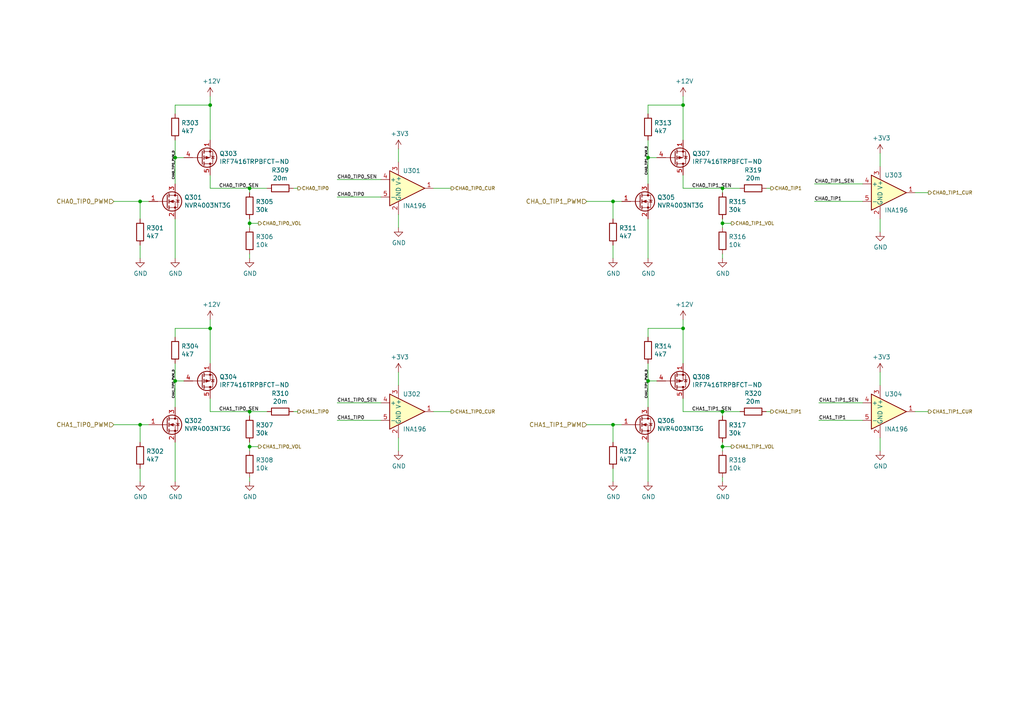
<source format=kicad_sch>
(kicad_sch (version 20211123) (generator eeschema)

  (uuid 8cd050d6-228c-4da0-9533-b4f8d14cfb34)

  (paper "A4")

  (lib_symbols
    (symbol "Amplifier_Current:INA196" (pin_names (offset 0.127)) (in_bom yes) (on_board yes)
      (property "Reference" "U" (id 0) (at 3.81 3.81 0)
        (effects (font (size 1.27 1.27)))
      )
      (property "Value" "INA196" (id 1) (at 3.81 -3.81 0)
        (effects (font (size 1.27 1.27)))
      )
      (property "Footprint" "Package_TO_SOT_SMD:SOT-23-5" (id 2) (at 0 0 0)
        (effects (font (size 1.27 1.27)) hide)
      )
      (property "Datasheet" "http://www.ti.com/lit/ds/symlink/ina193.pdf" (id 3) (at 0 0 0)
        (effects (font (size 1.27 1.27)) hide)
      )
      (property "ki_keywords" "current sense shunt monitor" (id 4) (at 0 0 0)
        (effects (font (size 1.27 1.27)) hide)
      )
      (property "ki_description" "Current Shunt Monitor −16V to +80V Common-Mode Range, 20V/V, SOT-23-5" (id 5) (at 0 0 0)
        (effects (font (size 1.27 1.27)) hide)
      )
      (property "ki_fp_filters" "SOT?23*" (id 6) (at 0 0 0)
        (effects (font (size 1.27 1.27)) hide)
      )
      (symbol "INA196_0_1"
        (polyline
          (pts
            (xy 5.08 0)
            (xy -5.08 5.08)
            (xy -5.08 -5.08)
            (xy 5.08 0)
          )
          (stroke (width 0.254) (type default) (color 0 0 0 0))
          (fill (type background))
        )
      )
      (symbol "INA196_1_1"
        (pin output line (at 7.62 0 180) (length 2.54)
          (name "~" (effects (font (size 1.27 1.27))))
          (number "1" (effects (font (size 1.27 1.27))))
        )
        (pin power_in line (at -2.54 -7.62 90) (length 3.81)
          (name "GND" (effects (font (size 1.27 1.27))))
          (number "2" (effects (font (size 1.27 1.27))))
        )
        (pin power_in line (at -2.54 7.62 270) (length 3.81)
          (name "V+" (effects (font (size 1.27 1.27))))
          (number "3" (effects (font (size 1.27 1.27))))
        )
        (pin input line (at -7.62 2.54 0) (length 2.54)
          (name "+" (effects (font (size 1.27 1.27))))
          (number "4" (effects (font (size 1.27 1.27))))
        )
        (pin input line (at -7.62 -2.54 0) (length 2.54)
          (name "-" (effects (font (size 1.27 1.27))))
          (number "5" (effects (font (size 1.27 1.27))))
        )
      )
    )
    (symbol "Device:Q_NMOS_GSD" (pin_names (offset 0) hide) (in_bom yes) (on_board yes)
      (property "Reference" "Q" (id 0) (at 5.08 1.27 0)
        (effects (font (size 1.27 1.27)) (justify left))
      )
      (property "Value" "Q_NMOS_GSD" (id 1) (at 5.08 -1.27 0)
        (effects (font (size 1.27 1.27)) (justify left))
      )
      (property "Footprint" "" (id 2) (at 5.08 2.54 0)
        (effects (font (size 1.27 1.27)) hide)
      )
      (property "Datasheet" "~" (id 3) (at 0 0 0)
        (effects (font (size 1.27 1.27)) hide)
      )
      (property "ki_keywords" "transistor NMOS N-MOS N-MOSFET" (id 4) (at 0 0 0)
        (effects (font (size 1.27 1.27)) hide)
      )
      (property "ki_description" "N-MOSFET transistor, gate/source/drain" (id 5) (at 0 0 0)
        (effects (font (size 1.27 1.27)) hide)
      )
      (symbol "Q_NMOS_GSD_0_1"
        (polyline
          (pts
            (xy 0.254 0)
            (xy -2.54 0)
          )
          (stroke (width 0) (type default) (color 0 0 0 0))
          (fill (type none))
        )
        (polyline
          (pts
            (xy 0.254 1.905)
            (xy 0.254 -1.905)
          )
          (stroke (width 0.254) (type default) (color 0 0 0 0))
          (fill (type none))
        )
        (polyline
          (pts
            (xy 0.762 -1.27)
            (xy 0.762 -2.286)
          )
          (stroke (width 0.254) (type default) (color 0 0 0 0))
          (fill (type none))
        )
        (polyline
          (pts
            (xy 0.762 0.508)
            (xy 0.762 -0.508)
          )
          (stroke (width 0.254) (type default) (color 0 0 0 0))
          (fill (type none))
        )
        (polyline
          (pts
            (xy 0.762 2.286)
            (xy 0.762 1.27)
          )
          (stroke (width 0.254) (type default) (color 0 0 0 0))
          (fill (type none))
        )
        (polyline
          (pts
            (xy 2.54 2.54)
            (xy 2.54 1.778)
          )
          (stroke (width 0) (type default) (color 0 0 0 0))
          (fill (type none))
        )
        (polyline
          (pts
            (xy 2.54 -2.54)
            (xy 2.54 0)
            (xy 0.762 0)
          )
          (stroke (width 0) (type default) (color 0 0 0 0))
          (fill (type none))
        )
        (polyline
          (pts
            (xy 0.762 -1.778)
            (xy 3.302 -1.778)
            (xy 3.302 1.778)
            (xy 0.762 1.778)
          )
          (stroke (width 0) (type default) (color 0 0 0 0))
          (fill (type none))
        )
        (polyline
          (pts
            (xy 1.016 0)
            (xy 2.032 0.381)
            (xy 2.032 -0.381)
            (xy 1.016 0)
          )
          (stroke (width 0) (type default) (color 0 0 0 0))
          (fill (type outline))
        )
        (polyline
          (pts
            (xy 2.794 0.508)
            (xy 2.921 0.381)
            (xy 3.683 0.381)
            (xy 3.81 0.254)
          )
          (stroke (width 0) (type default) (color 0 0 0 0))
          (fill (type none))
        )
        (polyline
          (pts
            (xy 3.302 0.381)
            (xy 2.921 -0.254)
            (xy 3.683 -0.254)
            (xy 3.302 0.381)
          )
          (stroke (width 0) (type default) (color 0 0 0 0))
          (fill (type none))
        )
        (circle (center 1.651 0) (radius 2.794)
          (stroke (width 0.254) (type default) (color 0 0 0 0))
          (fill (type none))
        )
        (circle (center 2.54 -1.778) (radius 0.254)
          (stroke (width 0) (type default) (color 0 0 0 0))
          (fill (type outline))
        )
        (circle (center 2.54 1.778) (radius 0.254)
          (stroke (width 0) (type default) (color 0 0 0 0))
          (fill (type outline))
        )
      )
      (symbol "Q_NMOS_GSD_1_1"
        (pin input line (at -5.08 0 0) (length 2.54)
          (name "G" (effects (font (size 1.27 1.27))))
          (number "1" (effects (font (size 1.27 1.27))))
        )
        (pin passive line (at 2.54 -5.08 90) (length 2.54)
          (name "S" (effects (font (size 1.27 1.27))))
          (number "2" (effects (font (size 1.27 1.27))))
        )
        (pin passive line (at 2.54 5.08 270) (length 2.54)
          (name "D" (effects (font (size 1.27 1.27))))
          (number "3" (effects (font (size 1.27 1.27))))
        )
      )
    )
    (symbol "Device:R" (pin_numbers hide) (pin_names (offset 0)) (in_bom yes) (on_board yes)
      (property "Reference" "R" (id 0) (at 2.032 0 90)
        (effects (font (size 1.27 1.27)))
      )
      (property "Value" "R" (id 1) (at 0 0 90)
        (effects (font (size 1.27 1.27)))
      )
      (property "Footprint" "" (id 2) (at -1.778 0 90)
        (effects (font (size 1.27 1.27)) hide)
      )
      (property "Datasheet" "~" (id 3) (at 0 0 0)
        (effects (font (size 1.27 1.27)) hide)
      )
      (property "ki_keywords" "R res resistor" (id 4) (at 0 0 0)
        (effects (font (size 1.27 1.27)) hide)
      )
      (property "ki_description" "Resistor" (id 5) (at 0 0 0)
        (effects (font (size 1.27 1.27)) hide)
      )
      (property "ki_fp_filters" "R_*" (id 6) (at 0 0 0)
        (effects (font (size 1.27 1.27)) hide)
      )
      (symbol "R_0_1"
        (rectangle (start -1.016 -2.54) (end 1.016 2.54)
          (stroke (width 0.254) (type default) (color 0 0 0 0))
          (fill (type none))
        )
      )
      (symbol "R_1_1"
        (pin passive line (at 0 3.81 270) (length 1.27)
          (name "~" (effects (font (size 1.27 1.27))))
          (number "1" (effects (font (size 1.27 1.27))))
        )
        (pin passive line (at 0 -3.81 90) (length 1.27)
          (name "~" (effects (font (size 1.27 1.27))))
          (number "2" (effects (font (size 1.27 1.27))))
        )
      )
    )
    (symbol "power:+12V" (power) (pin_names (offset 0)) (in_bom yes) (on_board yes)
      (property "Reference" "#PWR" (id 0) (at 0 -3.81 0)
        (effects (font (size 1.27 1.27)) hide)
      )
      (property "Value" "+12V" (id 1) (at 0 3.556 0)
        (effects (font (size 1.27 1.27)))
      )
      (property "Footprint" "" (id 2) (at 0 0 0)
        (effects (font (size 1.27 1.27)) hide)
      )
      (property "Datasheet" "" (id 3) (at 0 0 0)
        (effects (font (size 1.27 1.27)) hide)
      )
      (property "ki_keywords" "power-flag" (id 4) (at 0 0 0)
        (effects (font (size 1.27 1.27)) hide)
      )
      (property "ki_description" "Power symbol creates a global label with name \"+12V\"" (id 5) (at 0 0 0)
        (effects (font (size 1.27 1.27)) hide)
      )
      (symbol "+12V_0_1"
        (polyline
          (pts
            (xy -0.762 1.27)
            (xy 0 2.54)
          )
          (stroke (width 0) (type default) (color 0 0 0 0))
          (fill (type none))
        )
        (polyline
          (pts
            (xy 0 0)
            (xy 0 2.54)
          )
          (stroke (width 0) (type default) (color 0 0 0 0))
          (fill (type none))
        )
        (polyline
          (pts
            (xy 0 2.54)
            (xy 0.762 1.27)
          )
          (stroke (width 0) (type default) (color 0 0 0 0))
          (fill (type none))
        )
      )
      (symbol "+12V_1_1"
        (pin power_in line (at 0 0 90) (length 0) hide
          (name "+12V" (effects (font (size 1.27 1.27))))
          (number "1" (effects (font (size 1.27 1.27))))
        )
      )
    )
    (symbol "power:+3V3" (power) (pin_names (offset 0)) (in_bom yes) (on_board yes)
      (property "Reference" "#PWR" (id 0) (at 0 -3.81 0)
        (effects (font (size 1.27 1.27)) hide)
      )
      (property "Value" "+3V3" (id 1) (at 0 3.556 0)
        (effects (font (size 1.27 1.27)))
      )
      (property "Footprint" "" (id 2) (at 0 0 0)
        (effects (font (size 1.27 1.27)) hide)
      )
      (property "Datasheet" "" (id 3) (at 0 0 0)
        (effects (font (size 1.27 1.27)) hide)
      )
      (property "ki_keywords" "power-flag" (id 4) (at 0 0 0)
        (effects (font (size 1.27 1.27)) hide)
      )
      (property "ki_description" "Power symbol creates a global label with name \"+3V3\"" (id 5) (at 0 0 0)
        (effects (font (size 1.27 1.27)) hide)
      )
      (symbol "+3V3_0_1"
        (polyline
          (pts
            (xy -0.762 1.27)
            (xy 0 2.54)
          )
          (stroke (width 0) (type default) (color 0 0 0 0))
          (fill (type none))
        )
        (polyline
          (pts
            (xy 0 0)
            (xy 0 2.54)
          )
          (stroke (width 0) (type default) (color 0 0 0 0))
          (fill (type none))
        )
        (polyline
          (pts
            (xy 0 2.54)
            (xy 0.762 1.27)
          )
          (stroke (width 0) (type default) (color 0 0 0 0))
          (fill (type none))
        )
      )
      (symbol "+3V3_1_1"
        (pin power_in line (at 0 0 90) (length 0) hide
          (name "+3V3" (effects (font (size 1.27 1.27))))
          (number "1" (effects (font (size 1.27 1.27))))
        )
      )
    )
    (symbol "power:GND" (power) (pin_names (offset 0)) (in_bom yes) (on_board yes)
      (property "Reference" "#PWR" (id 0) (at 0 -6.35 0)
        (effects (font (size 1.27 1.27)) hide)
      )
      (property "Value" "GND" (id 1) (at 0 -3.81 0)
        (effects (font (size 1.27 1.27)))
      )
      (property "Footprint" "" (id 2) (at 0 0 0)
        (effects (font (size 1.27 1.27)) hide)
      )
      (property "Datasheet" "" (id 3) (at 0 0 0)
        (effects (font (size 1.27 1.27)) hide)
      )
      (property "ki_keywords" "power-flag" (id 4) (at 0 0 0)
        (effects (font (size 1.27 1.27)) hide)
      )
      (property "ki_description" "Power symbol creates a global label with name \"GND\" , ground" (id 5) (at 0 0 0)
        (effects (font (size 1.27 1.27)) hide)
      )
      (symbol "GND_0_1"
        (polyline
          (pts
            (xy 0 0)
            (xy 0 -1.27)
            (xy 1.27 -1.27)
            (xy 0 -2.54)
            (xy -1.27 -1.27)
            (xy 0 -1.27)
          )
          (stroke (width 0) (type default) (color 0 0 0 0))
          (fill (type none))
        )
      )
      (symbol "GND_1_1"
        (pin power_in line (at 0 0 270) (length 0) hide
          (name "GND" (effects (font (size 1.27 1.27))))
          (number "1" (effects (font (size 1.27 1.27))))
        )
      )
    )
    (symbol "solder_station:Q_PMOS_SGD_8" (pin_names (offset 0) hide) (in_bom yes) (on_board yes)
      (property "Reference" "Q" (id 0) (at 5.08 1.27 0)
        (effects (font (size 1.27 1.27)) (justify left))
      )
      (property "Value" "Q_PMOS_SGD_8" (id 1) (at 5.08 -1.27 0)
        (effects (font (size 1.27 1.27)) (justify left))
      )
      (property "Footprint" "" (id 2) (at 5.08 2.54 0)
        (effects (font (size 1.27 1.27)) hide)
      )
      (property "Datasheet" "~" (id 3) (at 0 0 0)
        (effects (font (size 1.27 1.27)) hide)
      )
      (property "ki_keywords" "transistor PMOS P-MOS P-MOSFET" (id 4) (at 0 0 0)
        (effects (font (size 1.27 1.27)) hide)
      )
      (property "ki_description" "P-MOSFET transistor, source/gate/drain" (id 5) (at 0 0 0)
        (effects (font (size 1.27 1.27)) hide)
      )
      (symbol "Q_PMOS_SGD_8_0_1"
        (polyline
          (pts
            (xy 0.254 0)
            (xy -2.54 0)
          )
          (stroke (width 0) (type default) (color 0 0 0 0))
          (fill (type none))
        )
        (polyline
          (pts
            (xy 0.254 1.905)
            (xy 0.254 -1.905)
          )
          (stroke (width 0.254) (type default) (color 0 0 0 0))
          (fill (type none))
        )
        (polyline
          (pts
            (xy 0.762 -1.27)
            (xy 0.762 -2.286)
          )
          (stroke (width 0.254) (type default) (color 0 0 0 0))
          (fill (type none))
        )
        (polyline
          (pts
            (xy 0.762 0.508)
            (xy 0.762 -0.508)
          )
          (stroke (width 0.254) (type default) (color 0 0 0 0))
          (fill (type none))
        )
        (polyline
          (pts
            (xy 0.762 2.286)
            (xy 0.762 1.27)
          )
          (stroke (width 0.254) (type default) (color 0 0 0 0))
          (fill (type none))
        )
        (polyline
          (pts
            (xy 2.54 2.54)
            (xy 2.54 1.778)
          )
          (stroke (width 0) (type default) (color 0 0 0 0))
          (fill (type none))
        )
        (polyline
          (pts
            (xy 2.54 -2.54)
            (xy 2.54 0)
            (xy 0.762 0)
          )
          (stroke (width 0) (type default) (color 0 0 0 0))
          (fill (type none))
        )
        (polyline
          (pts
            (xy 0.762 1.778)
            (xy 3.302 1.778)
            (xy 3.302 -1.778)
            (xy 0.762 -1.778)
          )
          (stroke (width 0) (type default) (color 0 0 0 0))
          (fill (type none))
        )
        (polyline
          (pts
            (xy 2.286 0)
            (xy 1.27 0.381)
            (xy 1.27 -0.381)
            (xy 2.286 0)
          )
          (stroke (width 0) (type default) (color 0 0 0 0))
          (fill (type outline))
        )
        (polyline
          (pts
            (xy 2.794 -0.508)
            (xy 2.921 -0.381)
            (xy 3.683 -0.381)
            (xy 3.81 -0.254)
          )
          (stroke (width 0) (type default) (color 0 0 0 0))
          (fill (type none))
        )
        (polyline
          (pts
            (xy 3.302 -0.381)
            (xy 2.921 0.254)
            (xy 3.683 0.254)
            (xy 3.302 -0.381)
          )
          (stroke (width 0) (type default) (color 0 0 0 0))
          (fill (type none))
        )
        (circle (center 1.651 0) (radius 2.794)
          (stroke (width 0.254) (type default) (color 0 0 0 0))
          (fill (type none))
        )
        (circle (center 2.54 -1.778) (radius 0.254)
          (stroke (width 0) (type default) (color 0 0 0 0))
          (fill (type outline))
        )
        (circle (center 2.54 1.778) (radius 0.254)
          (stroke (width 0) (type default) (color 0 0 0 0))
          (fill (type outline))
        )
      )
      (symbol "Q_PMOS_SGD_8_1_1"
        (pin passive line (at 2.54 -5.08 90) (length 2.54)
          (name "S" (effects (font (size 1.27 1.27))))
          (number "1" (effects (font (size 1.27 1.27))))
        )
        (pin passive line (at 2.54 -5.08 90) (length 2.54) hide
          (name "S" (effects (font (size 1.27 1.27))))
          (number "2" (effects (font (size 1.27 1.27))))
        )
        (pin passive line (at 2.54 -5.08 90) (length 2.54) hide
          (name "S" (effects (font (size 1.27 1.27))))
          (number "3" (effects (font (size 1.27 1.27))))
        )
        (pin input line (at -5.08 0 0) (length 2.54)
          (name "G" (effects (font (size 1.27 1.27))))
          (number "4" (effects (font (size 1.27 1.27))))
        )
        (pin passive line (at 2.54 5.08 270) (length 2.54)
          (name "D" (effects (font (size 1.27 1.27))))
          (number "5" (effects (font (size 1.27 1.27))))
        )
        (pin passive line (at 2.54 5.08 270) (length 2.54) hide
          (name "D" (effects (font (size 1.27 1.27))))
          (number "6" (effects (font (size 1.27 1.27))))
        )
        (pin passive line (at 2.54 5.08 270) (length 2.54) hide
          (name "D" (effects (font (size 1.27 1.27))))
          (number "7" (effects (font (size 1.27 1.27))))
        )
        (pin passive line (at 2.54 5.08 270) (length 2.54) hide
          (name "D" (effects (font (size 1.27 1.27))))
          (number "8" (effects (font (size 1.27 1.27))))
        )
      )
    )
  )

  (junction (at 187.96 45.72) (diameter 0) (color 0 0 0 0)
    (uuid 04cf2f2c-74bf-400d-b4f6-201720df00ed)
  )
  (junction (at 40.64 123.19) (diameter 0) (color 0 0 0 0)
    (uuid 0cc9bf07-55b9-458f-b8aa-41b2f51fa940)
  )
  (junction (at 72.39 54.61) (diameter 0) (color 0 0 0 0)
    (uuid 10e52e95-44f3-4059-a86d-dcda603e0623)
  )
  (junction (at 198.12 30.48) (diameter 0) (color 0 0 0 0)
    (uuid 27b2eb82-662b-42d8-90e6-830fec4bb8d2)
  )
  (junction (at 40.64 58.42) (diameter 0) (color 0 0 0 0)
    (uuid 2f291a4b-4ecb-4692-9ad2-324f9784c0d4)
  )
  (junction (at 209.55 129.54) (diameter 0) (color 0 0 0 0)
    (uuid 6bd46644-7209-4d4d-acd8-f4c0d045bc61)
  )
  (junction (at 72.39 129.54) (diameter 0) (color 0 0 0 0)
    (uuid 6cb93665-0bcd-4104-8633-fffd1811eee0)
  )
  (junction (at 209.55 54.61) (diameter 0) (color 0 0 0 0)
    (uuid a62609cd-29b7-4918-b97d-7b2404ba61cf)
  )
  (junction (at 50.8 110.49) (diameter 0) (color 0 0 0 0)
    (uuid a64aeb89-c24a-493b-9aab-87a6be930bde)
  )
  (junction (at 72.39 119.38) (diameter 0) (color 0 0 0 0)
    (uuid a7f2e97b-29f3-44fd-bf8a-97a3c1528b61)
  )
  (junction (at 177.8 123.19) (diameter 0) (color 0 0 0 0)
    (uuid b794d099-f823-4d35-9755-ca1c45247ee9)
  )
  (junction (at 177.8 58.42) (diameter 0) (color 0 0 0 0)
    (uuid b7bf6e08-7978-4190-aff5-c90d967f0f9c)
  )
  (junction (at 187.96 110.49) (diameter 0) (color 0 0 0 0)
    (uuid d05faa1f-5f69-41bf-86d3-2cd224432e1b)
  )
  (junction (at 60.96 30.48) (diameter 0) (color 0 0 0 0)
    (uuid e36988d2-ecb2-461b-a443-7006f447e828)
  )
  (junction (at 50.8 45.72) (diameter 0) (color 0 0 0 0)
    (uuid e5e5220d-5b7e-47da-a902-b997ec8d4d58)
  )
  (junction (at 72.39 64.77) (diameter 0) (color 0 0 0 0)
    (uuid e70b6168-f98e-4322-bc55-500948ef7b77)
  )
  (junction (at 209.55 64.77) (diameter 0) (color 0 0 0 0)
    (uuid ebca7c5e-ae52-43e5-ac6c-69a96a9a5b24)
  )
  (junction (at 60.96 95.25) (diameter 0) (color 0 0 0 0)
    (uuid f50dae73-c5b5-475d-ac8c-5b555be54fa3)
  )
  (junction (at 209.55 119.38) (diameter 0) (color 0 0 0 0)
    (uuid f699494a-77d6-4c73-bd50-29c1c1c5b879)
  )
  (junction (at 198.12 95.25) (diameter 0) (color 0 0 0 0)
    (uuid fb35e3b1-aff6-41a7-9cf0-52694b95edeb)
  )

  (wire (pts (xy 40.64 63.5) (xy 40.64 58.42))
    (stroke (width 0) (type default) (color 0 0 0 0))
    (uuid 01f82238-6335-48fe-8b0a-6853e227345a)
  )
  (wire (pts (xy 255.27 111.76) (xy 255.27 107.95))
    (stroke (width 0) (type default) (color 0 0 0 0))
    (uuid 051b8cb0-ae77-4e09-98a7-bf2103319e66)
  )
  (wire (pts (xy 209.55 129.54) (xy 212.09 129.54))
    (stroke (width 0) (type default) (color 0 0 0 0))
    (uuid 05d3e08e-e1f9-46cf-93d0-836d1306d03a)
  )
  (wire (pts (xy 209.55 55.88) (xy 209.55 54.61))
    (stroke (width 0) (type default) (color 0 0 0 0))
    (uuid 07d160b6-23e1-4aa0-95cb-440482e6fc15)
  )
  (wire (pts (xy 209.55 139.7) (xy 209.55 138.43))
    (stroke (width 0) (type default) (color 0 0 0 0))
    (uuid 0b4c0f05-c855-4742-bad2-dbf645d5842b)
  )
  (wire (pts (xy 60.96 105.41) (xy 60.96 95.25))
    (stroke (width 0) (type default) (color 0 0 0 0))
    (uuid 0b9f21ed-3d41-4f23-ae45-74117a5f3153)
  )
  (wire (pts (xy 50.8 40.64) (xy 50.8 45.72))
    (stroke (width 0) (type default) (color 0 0 0 0))
    (uuid 0cbeb329-a88d-4a47-a5c2-a1d693de2f8c)
  )
  (wire (pts (xy 40.64 71.12) (xy 40.64 74.93))
    (stroke (width 0) (type default) (color 0 0 0 0))
    (uuid 0e249018-17e7-42b3-ae5d-5ebf3ae299ae)
  )
  (wire (pts (xy 198.12 50.8) (xy 198.12 54.61))
    (stroke (width 0) (type default) (color 0 0 0 0))
    (uuid 0fafc6b9-fd35-4a55-9270-7a8e7ce3cb13)
  )
  (wire (pts (xy 255.27 67.31) (xy 255.27 63.5))
    (stroke (width 0) (type default) (color 0 0 0 0))
    (uuid 18d11f32-e1a6-4f29-8e3c-0bfeb07299bd)
  )
  (wire (pts (xy 177.8 128.27) (xy 177.8 123.19))
    (stroke (width 0) (type default) (color 0 0 0 0))
    (uuid 18f1018d-5857-4c32-a072-f3de80352f74)
  )
  (wire (pts (xy 209.55 66.04) (xy 209.55 64.77))
    (stroke (width 0) (type default) (color 0 0 0 0))
    (uuid 1e48966e-d29d-4521-8939-ec8ac570431d)
  )
  (wire (pts (xy 40.64 123.19) (xy 33.02 123.19))
    (stroke (width 0) (type default) (color 0 0 0 0))
    (uuid 241e0c85-4796-48eb-a5a0-1c0f2d6e5910)
  )
  (wire (pts (xy 72.39 74.93) (xy 72.39 73.66))
    (stroke (width 0) (type default) (color 0 0 0 0))
    (uuid 252f1275-081d-4d77-8bd5-3b9e6916ef42)
  )
  (wire (pts (xy 115.57 46.99) (xy 115.57 43.18))
    (stroke (width 0) (type default) (color 0 0 0 0))
    (uuid 25bc3602-3fb4-4a04-94e3-21ba22562c24)
  )
  (wire (pts (xy 187.96 30.48) (xy 187.96 33.02))
    (stroke (width 0) (type default) (color 0 0 0 0))
    (uuid 2878a73c-5447-4cd9-8194-14f52ab9459c)
  )
  (wire (pts (xy 115.57 111.76) (xy 115.57 107.95))
    (stroke (width 0) (type default) (color 0 0 0 0))
    (uuid 29126f72-63f7-4275-8b12-6b96a71c6f17)
  )
  (wire (pts (xy 72.39 119.38) (xy 77.47 119.38))
    (stroke (width 0) (type default) (color 0 0 0 0))
    (uuid 29cbb0bc-f66b-4d11-80e7-5bb270e42496)
  )
  (wire (pts (xy 50.8 118.11) (xy 50.8 110.49))
    (stroke (width 0) (type default) (color 0 0 0 0))
    (uuid 2c95b9a6-9c71-4108-9cde-57ddfdd2dd19)
  )
  (wire (pts (xy 72.39 120.65) (xy 72.39 119.38))
    (stroke (width 0) (type default) (color 0 0 0 0))
    (uuid 2de1ffee-2174-41d2-8969-68b8d21e5a7d)
  )
  (wire (pts (xy 110.49 116.84) (xy 97.79 116.84))
    (stroke (width 0) (type default) (color 0 0 0 0))
    (uuid 2ea8fa6f-efc3-40fe-bcf9-05bfa46ead4f)
  )
  (wire (pts (xy 187.96 105.41) (xy 187.96 110.49))
    (stroke (width 0) (type default) (color 0 0 0 0))
    (uuid 2f424da3-8fae-4941-bc6d-20044787372f)
  )
  (wire (pts (xy 60.96 115.57) (xy 60.96 119.38))
    (stroke (width 0) (type default) (color 0 0 0 0))
    (uuid 347562f5-b152-4e7b-8a69-40ca6daaaad4)
  )
  (wire (pts (xy 177.8 63.5) (xy 177.8 58.42))
    (stroke (width 0) (type default) (color 0 0 0 0))
    (uuid 35ef9c4a-35f6-467b-a704-b1d9354880cf)
  )
  (wire (pts (xy 50.8 139.7) (xy 50.8 128.27))
    (stroke (width 0) (type default) (color 0 0 0 0))
    (uuid 386ad9e3-71fa-420f-8722-88548b024fc5)
  )
  (wire (pts (xy 198.12 95.25) (xy 187.96 95.25))
    (stroke (width 0) (type default) (color 0 0 0 0))
    (uuid 3bca658b-a598-4669-a7cb-3f9b5f47bb5a)
  )
  (wire (pts (xy 72.39 64.77) (xy 72.39 63.5))
    (stroke (width 0) (type default) (color 0 0 0 0))
    (uuid 3c8d03bf-f31d-4aa0-b8db-a227ffd7d8d6)
  )
  (wire (pts (xy 187.96 95.25) (xy 187.96 97.79))
    (stroke (width 0) (type default) (color 0 0 0 0))
    (uuid 41485de5-6ed3-4c83-b69e-ef83ae18093c)
  )
  (wire (pts (xy 50.8 53.34) (xy 50.8 45.72))
    (stroke (width 0) (type default) (color 0 0 0 0))
    (uuid 443bc73a-8dc0-4e2f-a292-a5eff00efa5b)
  )
  (wire (pts (xy 198.12 30.48) (xy 187.96 30.48))
    (stroke (width 0) (type default) (color 0 0 0 0))
    (uuid 44646447-0a8e-4aec-a74e-22bf765d0f33)
  )
  (wire (pts (xy 110.49 52.07) (xy 97.79 52.07))
    (stroke (width 0) (type default) (color 0 0 0 0))
    (uuid 4a54c707-7b6f-4a3d-a74d-5e3526114aba)
  )
  (wire (pts (xy 115.57 62.23) (xy 115.57 66.04))
    (stroke (width 0) (type default) (color 0 0 0 0))
    (uuid 4aa97874-2fd2-414c-b381-9420384c2fd8)
  )
  (wire (pts (xy 60.96 50.8) (xy 60.96 54.61))
    (stroke (width 0) (type default) (color 0 0 0 0))
    (uuid 52a8f1be-73ca-41a8-bc24-2320706b0ec1)
  )
  (wire (pts (xy 222.25 54.61) (xy 223.52 54.61))
    (stroke (width 0) (type default) (color 0 0 0 0))
    (uuid 576f00e6-a1be-45d3-9b93-e26d9e0fe306)
  )
  (wire (pts (xy 60.96 119.38) (xy 72.39 119.38))
    (stroke (width 0) (type default) (color 0 0 0 0))
    (uuid 5ff19d63-2cb4-438b-93c4-e66d37a05329)
  )
  (wire (pts (xy 177.8 58.42) (xy 170.18 58.42))
    (stroke (width 0) (type default) (color 0 0 0 0))
    (uuid 626679e8-6101-4722-ac57-5b8d9dab4c8b)
  )
  (wire (pts (xy 50.8 74.93) (xy 50.8 63.5))
    (stroke (width 0) (type default) (color 0 0 0 0))
    (uuid 62a1f3d4-027d-4ecf-a37a-6fcf4263e9d2)
  )
  (wire (pts (xy 187.96 53.34) (xy 187.96 45.72))
    (stroke (width 0) (type default) (color 0 0 0 0))
    (uuid 63c56ea4-91a3-4172-b9de-a4388cc8f894)
  )
  (wire (pts (xy 40.64 135.89) (xy 40.64 139.7))
    (stroke (width 0) (type default) (color 0 0 0 0))
    (uuid 6a2bcc72-047b-4846-8583-1109e3552669)
  )
  (wire (pts (xy 198.12 54.61) (xy 209.55 54.61))
    (stroke (width 0) (type default) (color 0 0 0 0))
    (uuid 6afc19cf-38b4-47a3-bc2b-445b18724310)
  )
  (wire (pts (xy 72.39 66.04) (xy 72.39 64.77))
    (stroke (width 0) (type default) (color 0 0 0 0))
    (uuid 6b91a3ee-fdcd-4bfe-ad57-c8d5ea9903a8)
  )
  (wire (pts (xy 72.39 64.77) (xy 74.93 64.77))
    (stroke (width 0) (type default) (color 0 0 0 0))
    (uuid 74f5ec08-7600-4a0b-a9e4-aae29f9ea08a)
  )
  (wire (pts (xy 85.09 54.61) (xy 86.36 54.61))
    (stroke (width 0) (type default) (color 0 0 0 0))
    (uuid 759788bd-3cb9-4d38-b58c-5cb10b7dca6b)
  )
  (wire (pts (xy 265.43 119.38) (xy 269.24 119.38))
    (stroke (width 0) (type default) (color 0 0 0 0))
    (uuid 761c8e29-382a-475c-a37a-7201cc9cd0f5)
  )
  (wire (pts (xy 50.8 95.25) (xy 50.8 97.79))
    (stroke (width 0) (type default) (color 0 0 0 0))
    (uuid 76afa8e0-9b3a-439d-843c-ad039d3b6354)
  )
  (wire (pts (xy 40.64 58.42) (xy 43.18 58.42))
    (stroke (width 0) (type default) (color 0 0 0 0))
    (uuid 7c00778a-4692-4f9b-87d5-2d355077ce1e)
  )
  (wire (pts (xy 72.39 129.54) (xy 74.93 129.54))
    (stroke (width 0) (type default) (color 0 0 0 0))
    (uuid 7f2b3ce3-2f20-426d-b769-e0329b6a8111)
  )
  (wire (pts (xy 60.96 30.48) (xy 50.8 30.48))
    (stroke (width 0) (type default) (color 0 0 0 0))
    (uuid 810ed4ff-ffe2-4032-9af6-fb5ada3bae5b)
  )
  (wire (pts (xy 209.55 64.77) (xy 212.09 64.77))
    (stroke (width 0) (type default) (color 0 0 0 0))
    (uuid 844d7d7a-b386-45a8-aaf6-bf41bbcb43b5)
  )
  (wire (pts (xy 50.8 110.49) (xy 53.34 110.49))
    (stroke (width 0) (type default) (color 0 0 0 0))
    (uuid 8486c294-aa7e-43c3-b257-1ca3356dd17a)
  )
  (wire (pts (xy 72.39 139.7) (xy 72.39 138.43))
    (stroke (width 0) (type default) (color 0 0 0 0))
    (uuid 84d4e166-b429-409a-ab37-c6a10fd82ff5)
  )
  (wire (pts (xy 110.49 57.15) (xy 97.79 57.15))
    (stroke (width 0) (type default) (color 0 0 0 0))
    (uuid 869d6302-ae22-478f-9723-3feacbb12eef)
  )
  (wire (pts (xy 198.12 30.48) (xy 198.12 27.94))
    (stroke (width 0) (type default) (color 0 0 0 0))
    (uuid 8b290a17-6328-4178-9131-29524d345539)
  )
  (wire (pts (xy 250.19 58.42) (xy 236.22 58.42))
    (stroke (width 0) (type default) (color 0 0 0 0))
    (uuid 901440f4-e2a6-4447-83cc-f58a2b26f5c4)
  )
  (wire (pts (xy 50.8 105.41) (xy 50.8 110.49))
    (stroke (width 0) (type default) (color 0 0 0 0))
    (uuid 946404ba-9297-43ec-9d67-30184041145f)
  )
  (wire (pts (xy 187.96 40.64) (xy 187.96 45.72))
    (stroke (width 0) (type default) (color 0 0 0 0))
    (uuid 955cc99e-a129-42cf-abc7-aa99813fdb5f)
  )
  (wire (pts (xy 255.27 127) (xy 255.27 130.81))
    (stroke (width 0) (type default) (color 0 0 0 0))
    (uuid 974c48bf-534e-4335-98e1-b0426c783e99)
  )
  (wire (pts (xy 177.8 123.19) (xy 180.34 123.19))
    (stroke (width 0) (type default) (color 0 0 0 0))
    (uuid 992a2b00-5e28-4edd-88b5-994891512d8d)
  )
  (wire (pts (xy 187.96 139.7) (xy 187.96 128.27))
    (stroke (width 0) (type default) (color 0 0 0 0))
    (uuid 99e6b8eb-b08e-4d42-84dd-8b7f6765b7b7)
  )
  (wire (pts (xy 115.57 127) (xy 115.57 130.81))
    (stroke (width 0) (type default) (color 0 0 0 0))
    (uuid 9da1ace0-4181-4f12-80f8-16786a9e5c07)
  )
  (wire (pts (xy 209.55 64.77) (xy 209.55 63.5))
    (stroke (width 0) (type default) (color 0 0 0 0))
    (uuid a07b6b2b-7179-4297-b163-5e47ffbe76d3)
  )
  (wire (pts (xy 250.19 53.34) (xy 236.22 53.34))
    (stroke (width 0) (type default) (color 0 0 0 0))
    (uuid a0dee8e6-f88a-4f05-aba0-bab3aafdf2bc)
  )
  (wire (pts (xy 60.96 95.25) (xy 50.8 95.25))
    (stroke (width 0) (type default) (color 0 0 0 0))
    (uuid a76a574b-1cac-43eb-81e6-0e2e278cea39)
  )
  (wire (pts (xy 209.55 54.61) (xy 214.63 54.61))
    (stroke (width 0) (type default) (color 0 0 0 0))
    (uuid a8fb8ee0-623f-4870-a716-ecc88f37ef9a)
  )
  (wire (pts (xy 255.27 48.26) (xy 255.27 44.45))
    (stroke (width 0) (type default) (color 0 0 0 0))
    (uuid a90361cd-254c-4d27-ae1f-9a6c85bafe28)
  )
  (wire (pts (xy 250.19 121.92) (xy 237.49 121.92))
    (stroke (width 0) (type default) (color 0 0 0 0))
    (uuid a92f3b72-ed6d-4d99-9da6-35771bec3c77)
  )
  (wire (pts (xy 125.73 54.61) (xy 130.81 54.61))
    (stroke (width 0) (type default) (color 0 0 0 0))
    (uuid b54cae5b-c17c-4ed7-b249-2e7d5e83609a)
  )
  (wire (pts (xy 187.96 110.49) (xy 190.5 110.49))
    (stroke (width 0) (type default) (color 0 0 0 0))
    (uuid b7aa0362-7c9e-4a42-b191-ab15a38bf3c5)
  )
  (wire (pts (xy 177.8 58.42) (xy 180.34 58.42))
    (stroke (width 0) (type default) (color 0 0 0 0))
    (uuid b8b961e9-8a60-45fc-999a-a7a3baff4e0d)
  )
  (wire (pts (xy 72.39 55.88) (xy 72.39 54.61))
    (stroke (width 0) (type default) (color 0 0 0 0))
    (uuid bd793ae5-cde5-43f6-8def-1f95f35b1be6)
  )
  (wire (pts (xy 198.12 105.41) (xy 198.12 95.25))
    (stroke (width 0) (type default) (color 0 0 0 0))
    (uuid bef2abc2-bf3e-4a72-ad03-f8da3cd893cb)
  )
  (wire (pts (xy 209.55 129.54) (xy 209.55 128.27))
    (stroke (width 0) (type default) (color 0 0 0 0))
    (uuid befdfbe5-f3e5-423b-a34e-7bba3f218536)
  )
  (wire (pts (xy 187.96 45.72) (xy 190.5 45.72))
    (stroke (width 0) (type default) (color 0 0 0 0))
    (uuid c25449d6-d734-4953-b762-98f82a830248)
  )
  (wire (pts (xy 85.09 119.38) (xy 86.36 119.38))
    (stroke (width 0) (type default) (color 0 0 0 0))
    (uuid c401e9c6-1deb-4979-99be-7c801c952098)
  )
  (wire (pts (xy 40.64 128.27) (xy 40.64 123.19))
    (stroke (width 0) (type default) (color 0 0 0 0))
    (uuid c873689a-d206-42f5-aead-9199b4d63f51)
  )
  (wire (pts (xy 209.55 130.81) (xy 209.55 129.54))
    (stroke (width 0) (type default) (color 0 0 0 0))
    (uuid ca5b6af8-ca05-4338-b852-b51f2b49b1db)
  )
  (wire (pts (xy 60.96 95.25) (xy 60.96 92.71))
    (stroke (width 0) (type default) (color 0 0 0 0))
    (uuid cbde200f-1075-469a-89f8-abbdcf30e36a)
  )
  (wire (pts (xy 187.96 74.93) (xy 187.96 63.5))
    (stroke (width 0) (type default) (color 0 0 0 0))
    (uuid ccc4cc25-ac17-45ef-825c-e079951ffb21)
  )
  (wire (pts (xy 40.64 123.19) (xy 43.18 123.19))
    (stroke (width 0) (type default) (color 0 0 0 0))
    (uuid cee2f43a-7d22-4585-a857-73949bd17a9d)
  )
  (wire (pts (xy 60.96 30.48) (xy 60.96 27.94))
    (stroke (width 0) (type default) (color 0 0 0 0))
    (uuid d102186a-5b58-41d0-9985-3dbb3593f397)
  )
  (wire (pts (xy 209.55 74.93) (xy 209.55 73.66))
    (stroke (width 0) (type default) (color 0 0 0 0))
    (uuid d692b5e6-71b2-4fa6-bc83-618add8d8fef)
  )
  (wire (pts (xy 198.12 40.64) (xy 198.12 30.48))
    (stroke (width 0) (type default) (color 0 0 0 0))
    (uuid d7e4abd8-69f5-4706-b12e-898194e5bf56)
  )
  (wire (pts (xy 125.73 119.38) (xy 130.81 119.38))
    (stroke (width 0) (type default) (color 0 0 0 0))
    (uuid d8200a86-aa75-47a3-ad2a-7f4c9c999a6f)
  )
  (wire (pts (xy 110.49 121.92) (xy 97.79 121.92))
    (stroke (width 0) (type default) (color 0 0 0 0))
    (uuid da546d77-4b03-4562-8fc6-837fd68e7691)
  )
  (wire (pts (xy 177.8 135.89) (xy 177.8 139.7))
    (stroke (width 0) (type default) (color 0 0 0 0))
    (uuid db1ed10a-ef86-43bf-93dc-9be76327f6d2)
  )
  (wire (pts (xy 187.96 118.11) (xy 187.96 110.49))
    (stroke (width 0) (type default) (color 0 0 0 0))
    (uuid dd1edfbb-5fb6-42cd-b740-fd54ab3ef1f1)
  )
  (wire (pts (xy 198.12 119.38) (xy 209.55 119.38))
    (stroke (width 0) (type default) (color 0 0 0 0))
    (uuid dd334895-c8ff-4719-bac4-c0b289bb5899)
  )
  (wire (pts (xy 177.8 123.19) (xy 170.18 123.19))
    (stroke (width 0) (type default) (color 0 0 0 0))
    (uuid de370984-7922-4327-a0ba-7cd613995df4)
  )
  (wire (pts (xy 209.55 119.38) (xy 214.63 119.38))
    (stroke (width 0) (type default) (color 0 0 0 0))
    (uuid df3dc9a2-ba40-4c3a-87fe-61cc8e23d71b)
  )
  (wire (pts (xy 72.39 129.54) (xy 72.39 128.27))
    (stroke (width 0) (type default) (color 0 0 0 0))
    (uuid e0830067-5b66-4ce1-b2d1-aaa8af20baf7)
  )
  (wire (pts (xy 265.43 55.88) (xy 269.24 55.88))
    (stroke (width 0) (type default) (color 0 0 0 0))
    (uuid e50c80c5-80c4-46a3-8c1e-c9c3a71a0934)
  )
  (wire (pts (xy 72.39 130.81) (xy 72.39 129.54))
    (stroke (width 0) (type default) (color 0 0 0 0))
    (uuid e87738fc-e372-4c48-9de9-398fd8b4874c)
  )
  (wire (pts (xy 222.25 119.38) (xy 223.52 119.38))
    (stroke (width 0) (type default) (color 0 0 0 0))
    (uuid e87a6f80-914f-4f62-9c9f-9ba62a88ee3d)
  )
  (wire (pts (xy 209.55 120.65) (xy 209.55 119.38))
    (stroke (width 0) (type default) (color 0 0 0 0))
    (uuid ea2ea877-1ce1-4cd6-ad19-1da87f51601d)
  )
  (wire (pts (xy 50.8 45.72) (xy 53.34 45.72))
    (stroke (width 0) (type default) (color 0 0 0 0))
    (uuid eac8d865-0226-4958-b547-6b5592f39713)
  )
  (wire (pts (xy 198.12 115.57) (xy 198.12 119.38))
    (stroke (width 0) (type default) (color 0 0 0 0))
    (uuid eb473bfd-fc2d-4cf0-8714-6b7dd95b0a03)
  )
  (wire (pts (xy 60.96 54.61) (xy 72.39 54.61))
    (stroke (width 0) (type default) (color 0 0 0 0))
    (uuid f0ff5d1c-5481-4958-b844-4f68a17d4166)
  )
  (wire (pts (xy 60.96 40.64) (xy 60.96 30.48))
    (stroke (width 0) (type default) (color 0 0 0 0))
    (uuid f2480d0c-9b08-4037-9175-b2369af04d4c)
  )
  (wire (pts (xy 250.19 116.84) (xy 237.49 116.84))
    (stroke (width 0) (type default) (color 0 0 0 0))
    (uuid f28e56e7-283b-4b9a-ae27-95e89770fbf8)
  )
  (wire (pts (xy 50.8 30.48) (xy 50.8 33.02))
    (stroke (width 0) (type default) (color 0 0 0 0))
    (uuid f345e52a-8e0a-425a-b438-90809dd3b799)
  )
  (wire (pts (xy 177.8 71.12) (xy 177.8 74.93))
    (stroke (width 0) (type default) (color 0 0 0 0))
    (uuid f357ddb5-3f44-43b0-b00d-d64f5c62ba4a)
  )
  (wire (pts (xy 40.64 58.42) (xy 33.02 58.42))
    (stroke (width 0) (type default) (color 0 0 0 0))
    (uuid f447e585-df78-4239-b8cb-4653b3837bb1)
  )
  (wire (pts (xy 72.39 54.61) (xy 77.47 54.61))
    (stroke (width 0) (type default) (color 0 0 0 0))
    (uuid f44d04c5-0d17-4d52-8328-ef3b4fdfba5f)
  )
  (wire (pts (xy 198.12 95.25) (xy 198.12 92.71))
    (stroke (width 0) (type default) (color 0 0 0 0))
    (uuid fa20e708-ec85-4e0b-8402-f74a2724f920)
  )

  (label "CHA0_TIP0_PWM_D" (at 50.8 52.07 90)
    (effects (font (size 0.6096 0.6096)) (justify left bottom))
    (uuid 3ed2c840-383d-4cbd-bc3b-c4ea4c97b333)
  )
  (label "CHA1_TIP0" (at 97.79 121.92 0)
    (effects (font (size 0.9906 0.9906)) (justify left bottom))
    (uuid 4641c87c-bffa-41fe-ae77-be3a97a6f797)
  )
  (label "CHA0_TIP0" (at 97.79 57.15 0)
    (effects (font (size 0.9906 0.9906)) (justify left bottom))
    (uuid 4b1fce17-dec7-457e-ba3b-a77604e77dc9)
  )
  (label "CHA1_TIP0_PWM_D" (at 50.8 115.57 90)
    (effects (font (size 0.6096 0.6096)) (justify left bottom))
    (uuid 4cc0e615-05a0-4f42-a208-4011ba8ef841)
  )
  (label "CHA1_TIP0_SEN" (at 63.5 119.38 0)
    (effects (font (size 0.9906 0.9906)) (justify left bottom))
    (uuid 637f12be-fa48-4ce4-96b2-04c21a8795c8)
  )
  (label "CHA0_TIP1_PWM_D" (at 187.96 50.8 90)
    (effects (font (size 0.6096 0.6096)) (justify left bottom))
    (uuid 6a0919c2-460c-4229-b872-14e318e1ba8b)
  )
  (label "CHA0_TIP1_SEN" (at 200.66 54.61 0)
    (effects (font (size 0.9906 0.9906)) (justify left bottom))
    (uuid 713e0777-58b2-4487-baca-60d0ebed27c3)
  )
  (label "CHA1_TIP1_SEN" (at 200.66 119.38 0)
    (effects (font (size 0.9906 0.9906)) (justify left bottom))
    (uuid 73fbe87f-3928-49c2-bf87-839d907c6aef)
  )
  (label "CHA1_TIP1" (at 237.49 121.92 0)
    (effects (font (size 0.9906 0.9906)) (justify left bottom))
    (uuid 888fd7cb-2fc6-480c-bcfa-0b71303087d3)
  )
  (label "CHA1_TIP1_SEN" (at 237.49 116.84 0)
    (effects (font (size 0.9906 0.9906)) (justify left bottom))
    (uuid aa1c6f47-cbd4-4cbd-8265-e5ac08b7ffc8)
  )
  (label "CHA1_TIP1_PWM_D" (at 187.96 115.57 90)
    (effects (font (size 0.6096 0.6096)) (justify left bottom))
    (uuid d1c19c11-0a13-4237-b6b4-fb2ef1db7c6d)
  )
  (label "CHA0_TIP1" (at 236.22 58.42 0)
    (effects (font (size 0.9906 0.9906)) (justify left bottom))
    (uuid d66d3c12-11ce-4566-9a45-962e329503d8)
  )
  (label "CHA0_TIP1_SEN" (at 236.22 53.34 0)
    (effects (font (size 0.9906 0.9906)) (justify left bottom))
    (uuid d7e5a060-eb57-4238-9312-26bc885fc97d)
  )
  (label "CHA0_TIP0_SEN" (at 97.79 52.07 0)
    (effects (font (size 0.9906 0.9906)) (justify left bottom))
    (uuid e1b88aa4-d887-4eea-83ff-5c009f4390c4)
  )
  (label "CHA1_TIP0_SEN" (at 97.79 116.84 0)
    (effects (font (size 0.9906 0.9906)) (justify left bottom))
    (uuid e2fac877-439c-4da0-af2e-5fdc70f85d42)
  )
  (label "CHA0_TIP0_SEN" (at 63.5 54.61 0)
    (effects (font (size 0.9906 0.9906)) (justify left bottom))
    (uuid fdc60c06-30fa-4dfb-96b4-809b755999e1)
  )

  (hierarchical_label "CHA1_TIP1" (shape output) (at 223.52 119.38 0)
    (effects (font (size 0.9906 0.9906)) (justify left))
    (uuid 1c9f6fea-1796-4a2d-80b3-ae22ce51c8f5)
  )
  (hierarchical_label "CHA0_TIP0_PWM" (shape input) (at 33.02 58.42 180)
    (effects (font (size 1.27 1.27)) (justify right))
    (uuid 20caf6d2-76a7-497e-ac56-f6d31eb9027b)
  )
  (hierarchical_label "CHA0_TIP1" (shape output) (at 223.52 54.61 0)
    (effects (font (size 0.9906 0.9906)) (justify left))
    (uuid 2c60448a-e30f-46b2-89e1-a44f51688efc)
  )
  (hierarchical_label "CHA0_TIP0_VOL" (shape output) (at 74.93 64.77 0)
    (effects (font (size 0.9906 0.9906)) (justify left))
    (uuid 337e8520-cbd2-42c0-8d17-743bab17cbbd)
  )
  (hierarchical_label "CHA1_TIP0" (shape output) (at 86.36 119.38 0)
    (effects (font (size 0.9906 0.9906)) (justify left))
    (uuid 355ced6c-c08a-4586-9a09-7a9c624536f6)
  )
  (hierarchical_label "CHA1_TIP0_PWM" (shape input) (at 33.02 123.19 180)
    (effects (font (size 1.27 1.27)) (justify right))
    (uuid 363945f6-fbef-42be-99cf-4a8a48434d92)
  )
  (hierarchical_label "CHA1_TIP1_CUR" (shape output) (at 269.24 119.38 0)
    (effects (font (size 0.9906 0.9906)) (justify left))
    (uuid 653a86ba-a1ae-4175-9d4c-c788087956d0)
  )
  (hierarchical_label "CHA0_TIP0_CUR" (shape output) (at 130.81 54.61 0)
    (effects (font (size 0.9906 0.9906)) (justify left))
    (uuid 7233cb6b-d8fd-4fcd-9b4f-8b0ed19b1b12)
  )
  (hierarchical_label "CHA_0_TIP1_PWM" (shape input) (at 170.18 58.42 180)
    (effects (font (size 1.27 1.27)) (justify right))
    (uuid 84d296ba-3d39-4264-ad19-947f90c54396)
  )
  (hierarchical_label "CHA1_TIP1_VOL" (shape output) (at 212.09 129.54 0)
    (effects (font (size 0.9906 0.9906)) (justify left))
    (uuid 86ad0555-08b3-4dde-9a3e-c1e5e29b6615)
  )
  (hierarchical_label "CHA1_TIP1_PWM" (shape input) (at 170.18 123.19 180)
    (effects (font (size 1.27 1.27)) (justify right))
    (uuid b0b4c3cb-e7ea-49c0-8162-be3bbab3e4ec)
  )
  (hierarchical_label "CHA1_TIP0_CUR" (shape output) (at 130.81 119.38 0)
    (effects (font (size 0.9906 0.9906)) (justify left))
    (uuid c2dd13db-24b6-40f1-b75b-b9ab893d92ea)
  )
  (hierarchical_label "CHA0_TIP1_CUR" (shape output) (at 269.24 55.88 0)
    (effects (font (size 0.9906 0.9906)) (justify left))
    (uuid df83f395-2d18-47e2-a370-952ca41c2b3a)
  )
  (hierarchical_label "CHA0_TIP0" (shape output) (at 86.36 54.61 0)
    (effects (font (size 0.9906 0.9906)) (justify left))
    (uuid e0c7ddff-8c90-465f-be62-21fb49b059fa)
  )
  (hierarchical_label "CHA0_TIP1_VOL" (shape output) (at 212.09 64.77 0)
    (effects (font (size 0.9906 0.9906)) (justify left))
    (uuid f19c9655-8ddb-411a-96dd-bd986870c3c6)
  )
  (hierarchical_label "CHA1_TIP0_VOL" (shape output) (at 74.93 129.54 0)
    (effects (font (size 0.9906 0.9906)) (justify left))
    (uuid f7447e92-4293-41c4-be3f-69b30aad1f17)
  )

  (symbol (lib_id "Device:R") (at 50.8 36.83 0) (unit 1)
    (in_bom yes) (on_board yes)
    (uuid 00000000-0000-0000-0000-00005fdc78b4)
    (property "Reference" "R303" (id 0) (at 52.578 35.6616 0)
      (effects (font (size 1.27 1.27)) (justify left))
    )
    (property "Value" "4k7" (id 1) (at 52.578 37.973 0)
      (effects (font (size 1.27 1.27)) (justify left))
    )
    (property "Footprint" "Resistor_SMD:R_0805_2012Metric" (id 2) (at 49.022 36.83 90)
      (effects (font (size 1.27 1.27)) hide)
    )
    (property "Datasheet" "~" (id 3) (at 50.8 36.83 0)
      (effects (font (size 1.27 1.27)) hide)
    )
    (property "Digikey" "CR0805-FX-4701GLFTR-ND" (id 4) (at 50.8 36.83 0)
      (effects (font (size 1.27 1.27)) hide)
    )
    (pin "1" (uuid 674f22d3-02da-42cb-82a2-2f25ea9e53c7))
    (pin "2" (uuid c1aaeadb-d0b4-4f63-ad6d-84aadf4c76a2))
  )

  (symbol (lib_id "solder_station:Q_PMOS_SGD_8") (at 58.42 45.72 0) (mirror x) (unit 1)
    (in_bom yes) (on_board yes)
    (uuid 00000000-0000-0000-0000-00005fdc78ba)
    (property "Reference" "Q303" (id 0) (at 63.627 44.5516 0)
      (effects (font (size 1.27 1.27)) (justify left))
    )
    (property "Value" "IRF7416TRPBFCT-ND" (id 1) (at 63.627 46.863 0)
      (effects (font (size 1.27 1.27)) (justify left))
    )
    (property "Footprint" "Package_SO:SO-8_3.9x4.9mm_P1.27mm" (id 2) (at 63.5 48.26 0)
      (effects (font (size 1.27 1.27)) hide)
    )
    (property "Datasheet" "~" (id 3) (at 58.42 45.72 0)
      (effects (font (size 1.27 1.27)) hide)
    )
    (property "Digikey" "IRF7416TRPBFCT-ND" (id 4) (at 58.42 45.72 0)
      (effects (font (size 1.27 1.27)) hide)
    )
    (pin "1" (uuid 0a6dc0ac-6cdc-4471-8ba5-9156bf4d1b52))
    (pin "2" (uuid 69c3d645-8168-45e1-925f-f9bf64b11000))
    (pin "3" (uuid 625263f4-7654-4012-90f5-ccfddd1120cf))
    (pin "4" (uuid e18f5077-d0ce-4a67-9f68-cb492d23b8bc))
    (pin "5" (uuid f1d26f4b-1ea4-4f2a-a8c9-d96cee8f4ca6))
    (pin "6" (uuid 160124ad-5c0b-4b12-bdfc-0d44ef29b859))
    (pin "7" (uuid 897ef018-509c-4ccd-9549-f3d7adee9b45))
    (pin "8" (uuid e60e4e1c-2312-4694-bf2b-ba6595ba3080))
  )

  (symbol (lib_id "Device:Q_NMOS_GSD") (at 48.26 58.42 0) (unit 1)
    (in_bom yes) (on_board yes)
    (uuid 00000000-0000-0000-0000-00005fdc78c0)
    (property "Reference" "Q301" (id 0) (at 53.4416 57.2516 0)
      (effects (font (size 1.27 1.27)) (justify left))
    )
    (property "Value" "NVR4003NT3G" (id 1) (at 53.4416 59.563 0)
      (effects (font (size 1.27 1.27)) (justify left))
    )
    (property "Footprint" "Package_TO_SOT_SMD:SOT-23" (id 2) (at 53.34 55.88 0)
      (effects (font (size 1.27 1.27)) hide)
    )
    (property "Datasheet" "~" (id 3) (at 48.26 58.42 0)
      (effects (font (size 1.27 1.27)) hide)
    )
    (property "Digikey" "NVR4003NT3GOSCT-ND" (id 4) (at 48.26 58.42 0)
      (effects (font (size 1.27 1.27)) hide)
    )
    (pin "1" (uuid ca181156-c253-4e4a-8c06-61ddf84a9923))
    (pin "2" (uuid 3e18478d-54c9-494f-a339-dfc2e2786e85))
    (pin "3" (uuid d6048459-6b39-4f19-9d7e-b8d49ee0531f))
  )

  (symbol (lib_id "power:+12V") (at 60.96 27.94 0) (unit 1)
    (in_bom yes) (on_board yes)
    (uuid 00000000-0000-0000-0000-00005fdc78cd)
    (property "Reference" "#PWR0305" (id 0) (at 60.96 31.75 0)
      (effects (font (size 1.27 1.27)) hide)
    )
    (property "Value" "+12V" (id 1) (at 61.341 23.5458 0))
    (property "Footprint" "" (id 2) (at 60.96 27.94 0)
      (effects (font (size 1.27 1.27)) hide)
    )
    (property "Datasheet" "" (id 3) (at 60.96 27.94 0)
      (effects (font (size 1.27 1.27)) hide)
    )
    (pin "1" (uuid 21f9fd69-9bb1-463a-96ef-e2ad5cdcaa6c))
  )

  (symbol (lib_id "Device:R") (at 40.64 67.31 0) (unit 1)
    (in_bom yes) (on_board yes)
    (uuid 00000000-0000-0000-0000-00005fdc78d7)
    (property "Reference" "R301" (id 0) (at 42.418 66.1416 0)
      (effects (font (size 1.27 1.27)) (justify left))
    )
    (property "Value" "4k7" (id 1) (at 42.418 68.453 0)
      (effects (font (size 1.27 1.27)) (justify left))
    )
    (property "Footprint" "Resistor_SMD:R_0805_2012Metric" (id 2) (at 38.862 67.31 90)
      (effects (font (size 1.27 1.27)) hide)
    )
    (property "Datasheet" "~" (id 3) (at 40.64 67.31 0)
      (effects (font (size 1.27 1.27)) hide)
    )
    (property "Digikey" "CR0805-FX-4701GLFTR-ND" (id 4) (at 40.64 67.31 0)
      (effects (font (size 1.27 1.27)) hide)
    )
    (pin "1" (uuid 3cc9be9b-36f9-48e3-8d6a-b968ee1566b7))
    (pin "2" (uuid 08fabc30-a3cc-49ee-9c60-5f7faac1ee98))
  )

  (symbol (lib_id "power:GND") (at 40.64 74.93 0) (unit 1)
    (in_bom yes) (on_board yes)
    (uuid 00000000-0000-0000-0000-00005fdc78e0)
    (property "Reference" "#PWR0301" (id 0) (at 40.64 81.28 0)
      (effects (font (size 1.27 1.27)) hide)
    )
    (property "Value" "GND" (id 1) (at 40.767 79.3242 0))
    (property "Footprint" "" (id 2) (at 40.64 74.93 0)
      (effects (font (size 1.27 1.27)) hide)
    )
    (property "Datasheet" "" (id 3) (at 40.64 74.93 0)
      (effects (font (size 1.27 1.27)) hide)
    )
    (pin "1" (uuid 81c03993-1f43-4e57-beb3-2b1bf9c01b6c))
  )

  (symbol (lib_id "power:GND") (at 50.8 74.93 0) (unit 1)
    (in_bom yes) (on_board yes)
    (uuid 00000000-0000-0000-0000-00005fdc78e6)
    (property "Reference" "#PWR0303" (id 0) (at 50.8 81.28 0)
      (effects (font (size 1.27 1.27)) hide)
    )
    (property "Value" "GND" (id 1) (at 50.927 79.3242 0))
    (property "Footprint" "" (id 2) (at 50.8 74.93 0)
      (effects (font (size 1.27 1.27)) hide)
    )
    (property "Datasheet" "" (id 3) (at 50.8 74.93 0)
      (effects (font (size 1.27 1.27)) hide)
    )
    (pin "1" (uuid fb408c6c-79a5-4edf-809a-4f20b101c115))
  )

  (symbol (lib_id "Device:R") (at 72.39 59.69 0) (unit 1)
    (in_bom yes) (on_board yes)
    (uuid 00000000-0000-0000-0000-00005fdd56f8)
    (property "Reference" "R305" (id 0) (at 74.168 58.5216 0)
      (effects (font (size 1.27 1.27)) (justify left))
    )
    (property "Value" "30k" (id 1) (at 74.168 60.833 0)
      (effects (font (size 1.27 1.27)) (justify left))
    )
    (property "Footprint" "Resistor_SMD:R_0603_1608Metric" (id 2) (at 70.612 59.69 90)
      (effects (font (size 1.27 1.27)) hide)
    )
    (property "Datasheet" "~" (id 3) (at 72.39 59.69 0)
      (effects (font (size 1.27 1.27)) hide)
    )
    (property "Digikey" "RMCF0603FT30K0CT-ND" (id 4) (at 72.39 59.69 0)
      (effects (font (size 1.27 1.27)) hide)
    )
    (pin "1" (uuid 66ec9c99-536e-4965-8c3d-3f8f6376a2f0))
    (pin "2" (uuid 2290aff1-1a92-4bda-9a66-c34eba874d45))
  )

  (symbol (lib_id "Device:R") (at 72.39 69.85 0) (unit 1)
    (in_bom yes) (on_board yes)
    (uuid 00000000-0000-0000-0000-00005fdd6250)
    (property "Reference" "R306" (id 0) (at 74.168 68.6816 0)
      (effects (font (size 1.27 1.27)) (justify left))
    )
    (property "Value" "10k" (id 1) (at 74.168 70.993 0)
      (effects (font (size 1.27 1.27)) (justify left))
    )
    (property "Footprint" "Resistor_SMD:R_0603_1608Metric" (id 2) (at 70.612 69.85 90)
      (effects (font (size 1.27 1.27)) hide)
    )
    (property "Datasheet" "~" (id 3) (at 72.39 69.85 0)
      (effects (font (size 1.27 1.27)) hide)
    )
    (property "Digikey" "RMCF0603FT10K0CT-ND" (id 4) (at 72.39 69.85 0)
      (effects (font (size 1.27 1.27)) hide)
    )
    (pin "1" (uuid 59cbc428-c63f-4e29-be89-d9e971907c8a))
    (pin "2" (uuid 9cd08d9a-30d8-4481-8b89-439f25699866))
  )

  (symbol (lib_id "power:GND") (at 72.39 74.93 0) (unit 1)
    (in_bom yes) (on_board yes)
    (uuid 00000000-0000-0000-0000-00005fdec434)
    (property "Reference" "#PWR0307" (id 0) (at 72.39 81.28 0)
      (effects (font (size 1.27 1.27)) hide)
    )
    (property "Value" "GND" (id 1) (at 72.517 79.3242 0))
    (property "Footprint" "" (id 2) (at 72.39 74.93 0)
      (effects (font (size 1.27 1.27)) hide)
    )
    (property "Datasheet" "" (id 3) (at 72.39 74.93 0)
      (effects (font (size 1.27 1.27)) hide)
    )
    (pin "1" (uuid 3197e171-6de6-44b7-a4b4-9049a1085e5c))
  )

  (symbol (lib_id "Device:R") (at 81.28 54.61 270) (unit 1)
    (in_bom yes) (on_board yes)
    (uuid 00000000-0000-0000-0000-00005fdf4115)
    (property "Reference" "R309" (id 0) (at 81.28 49.3522 90))
    (property "Value" "20m" (id 1) (at 81.28 51.6636 90))
    (property "Footprint" "Resistor_SMD:R_2010_5025Metric" (id 2) (at 81.28 52.832 90)
      (effects (font (size 1.27 1.27)) hide)
    )
    (property "Datasheet" "~" (id 3) (at 81.28 54.61 0)
      (effects (font (size 1.27 1.27)) hide)
    )
    (property "Digikey" "541-10266-1-ND" (id 4) (at 81.28 54.61 90)
      (effects (font (size 1.27 1.27)) hide)
    )
    (pin "1" (uuid 11cedb14-b9ae-4f37-83c4-cc5891cc3ba1))
    (pin "2" (uuid ef9b7800-93b3-48ff-8716-677214474f76))
  )

  (symbol (lib_id "Device:R") (at 187.96 36.83 0) (unit 1)
    (in_bom yes) (on_board yes)
    (uuid 00000000-0000-0000-0000-00005fdfd574)
    (property "Reference" "R313" (id 0) (at 189.738 35.6616 0)
      (effects (font (size 1.27 1.27)) (justify left))
    )
    (property "Value" "4k7" (id 1) (at 189.738 37.973 0)
      (effects (font (size 1.27 1.27)) (justify left))
    )
    (property "Footprint" "Resistor_SMD:R_0805_2012Metric" (id 2) (at 186.182 36.83 90)
      (effects (font (size 1.27 1.27)) hide)
    )
    (property "Datasheet" "~" (id 3) (at 187.96 36.83 0)
      (effects (font (size 1.27 1.27)) hide)
    )
    (property "Digikey" "CR0805-FX-4701GLFTR-ND" (id 4) (at 187.96 36.83 0)
      (effects (font (size 1.27 1.27)) hide)
    )
    (pin "1" (uuid fe216655-75ea-42b3-9334-827e2a2f3460))
    (pin "2" (uuid 8523bfd2-5a62-4560-ada9-7cd27abc4cd1))
  )

  (symbol (lib_id "solder_station:Q_PMOS_SGD_8") (at 195.58 45.72 0) (mirror x) (unit 1)
    (in_bom yes) (on_board yes)
    (uuid 00000000-0000-0000-0000-00005fdfd57a)
    (property "Reference" "Q307" (id 0) (at 200.787 44.5516 0)
      (effects (font (size 1.27 1.27)) (justify left))
    )
    (property "Value" "IRF7416TRPBFCT-ND" (id 1) (at 200.787 46.863 0)
      (effects (font (size 1.27 1.27)) (justify left))
    )
    (property "Footprint" "Package_SO:SO-8_3.9x4.9mm_P1.27mm" (id 2) (at 200.66 48.26 0)
      (effects (font (size 1.27 1.27)) hide)
    )
    (property "Datasheet" "~" (id 3) (at 195.58 45.72 0)
      (effects (font (size 1.27 1.27)) hide)
    )
    (property "Digikey" "IRF7416TRPBFCT-ND" (id 4) (at 195.58 45.72 0)
      (effects (font (size 1.27 1.27)) hide)
    )
    (pin "1" (uuid 8513a519-80ec-4cf3-a63a-9269285f1eb7))
    (pin "2" (uuid 6fbf5a8c-1d4d-40c4-b8e3-d93886b1fd05))
    (pin "3" (uuid 86ed9e70-56ea-4ee9-8fc4-aa791e24d1fe))
    (pin "4" (uuid 1c943e25-b160-4c29-8b9c-240028c8d97f))
    (pin "5" (uuid f5e72d61-2a6c-4367-b6a8-c81152c373d9))
    (pin "6" (uuid ceacc745-6e0e-4f78-a64e-abd2870dbdca))
    (pin "7" (uuid c42c0891-62ee-4a17-a65a-8c876b9b1ebe))
    (pin "8" (uuid 87de70a0-6f26-45b8-bc2a-ff1a60c67b5b))
  )

  (symbol (lib_id "Device:Q_NMOS_GSD") (at 185.42 58.42 0) (unit 1)
    (in_bom yes) (on_board yes)
    (uuid 00000000-0000-0000-0000-00005fdfd580)
    (property "Reference" "Q305" (id 0) (at 190.6016 57.2516 0)
      (effects (font (size 1.27 1.27)) (justify left))
    )
    (property "Value" "NVR4003NT3G" (id 1) (at 190.6016 59.563 0)
      (effects (font (size 1.27 1.27)) (justify left))
    )
    (property "Footprint" "Package_TO_SOT_SMD:SOT-23" (id 2) (at 190.5 55.88 0)
      (effects (font (size 1.27 1.27)) hide)
    )
    (property "Datasheet" "~" (id 3) (at 185.42 58.42 0)
      (effects (font (size 1.27 1.27)) hide)
    )
    (property "Digikey" "NVR4003NT3GOSCT-ND" (id 4) (at 185.42 58.42 0)
      (effects (font (size 1.27 1.27)) hide)
    )
    (pin "1" (uuid 26528588-07a6-446a-be03-8c8e3ff3b8d0))
    (pin "2" (uuid c353943c-63c8-45be-81ab-0b2d818de36c))
    (pin "3" (uuid 471631f8-b8be-4025-97ee-79d9b310676f))
  )

  (symbol (lib_id "power:+12V") (at 198.12 27.94 0) (unit 1)
    (in_bom yes) (on_board yes)
    (uuid 00000000-0000-0000-0000-00005fdfd58d)
    (property "Reference" "#PWR0317" (id 0) (at 198.12 31.75 0)
      (effects (font (size 1.27 1.27)) hide)
    )
    (property "Value" "+12V" (id 1) (at 198.501 23.5458 0))
    (property "Footprint" "" (id 2) (at 198.12 27.94 0)
      (effects (font (size 1.27 1.27)) hide)
    )
    (property "Datasheet" "" (id 3) (at 198.12 27.94 0)
      (effects (font (size 1.27 1.27)) hide)
    )
    (pin "1" (uuid a2665aa4-0005-4e79-9751-763a942980bb))
  )

  (symbol (lib_id "Device:R") (at 177.8 67.31 0) (unit 1)
    (in_bom yes) (on_board yes)
    (uuid 00000000-0000-0000-0000-00005fdfd597)
    (property "Reference" "R311" (id 0) (at 179.578 66.1416 0)
      (effects (font (size 1.27 1.27)) (justify left))
    )
    (property "Value" "4k7" (id 1) (at 179.578 68.453 0)
      (effects (font (size 1.27 1.27)) (justify left))
    )
    (property "Footprint" "Resistor_SMD:R_0805_2012Metric" (id 2) (at 176.022 67.31 90)
      (effects (font (size 1.27 1.27)) hide)
    )
    (property "Datasheet" "~" (id 3) (at 177.8 67.31 0)
      (effects (font (size 1.27 1.27)) hide)
    )
    (property "Digikey" "CR0805-FX-4701GLFTR-ND" (id 4) (at 177.8 67.31 0)
      (effects (font (size 1.27 1.27)) hide)
    )
    (pin "1" (uuid 3a99b61c-6afe-419b-84bb-a6b9a9c2e956))
    (pin "2" (uuid f522b30d-8c9e-4581-bf36-a1c3dd30a138))
  )

  (symbol (lib_id "power:GND") (at 177.8 74.93 0) (unit 1)
    (in_bom yes) (on_board yes)
    (uuid 00000000-0000-0000-0000-00005fdfd5a0)
    (property "Reference" "#PWR0313" (id 0) (at 177.8 81.28 0)
      (effects (font (size 1.27 1.27)) hide)
    )
    (property "Value" "GND" (id 1) (at 177.927 79.3242 0))
    (property "Footprint" "" (id 2) (at 177.8 74.93 0)
      (effects (font (size 1.27 1.27)) hide)
    )
    (property "Datasheet" "" (id 3) (at 177.8 74.93 0)
      (effects (font (size 1.27 1.27)) hide)
    )
    (pin "1" (uuid 12ab2b93-e186-4c48-b2b3-ea49775714b0))
  )

  (symbol (lib_id "power:GND") (at 187.96 74.93 0) (unit 1)
    (in_bom yes) (on_board yes)
    (uuid 00000000-0000-0000-0000-00005fdfd5a6)
    (property "Reference" "#PWR0315" (id 0) (at 187.96 81.28 0)
      (effects (font (size 1.27 1.27)) hide)
    )
    (property "Value" "GND" (id 1) (at 188.087 79.3242 0))
    (property "Footprint" "" (id 2) (at 187.96 74.93 0)
      (effects (font (size 1.27 1.27)) hide)
    )
    (property "Datasheet" "" (id 3) (at 187.96 74.93 0)
      (effects (font (size 1.27 1.27)) hide)
    )
    (pin "1" (uuid daf2f069-855a-4633-ba69-7d1b79dc63cb))
  )

  (symbol (lib_id "Device:R") (at 209.55 59.69 0) (unit 1)
    (in_bom yes) (on_board yes)
    (uuid 00000000-0000-0000-0000-00005fdfd5af)
    (property "Reference" "R315" (id 0) (at 211.328 58.5216 0)
      (effects (font (size 1.27 1.27)) (justify left))
    )
    (property "Value" "30k" (id 1) (at 211.328 60.833 0)
      (effects (font (size 1.27 1.27)) (justify left))
    )
    (property "Footprint" "Resistor_SMD:R_0603_1608Metric" (id 2) (at 207.772 59.69 90)
      (effects (font (size 1.27 1.27)) hide)
    )
    (property "Datasheet" "~" (id 3) (at 209.55 59.69 0)
      (effects (font (size 1.27 1.27)) hide)
    )
    (property "Digikey" "RMCF0603FT30K0CT-ND" (id 4) (at 209.55 59.69 0)
      (effects (font (size 1.27 1.27)) hide)
    )
    (pin "1" (uuid f5add7cd-7a96-4e41-9e56-4f5e265235f4))
    (pin "2" (uuid c873ec5e-d8e7-40e2-9829-e5f26cc75e0b))
  )

  (symbol (lib_id "Device:R") (at 209.55 69.85 0) (unit 1)
    (in_bom yes) (on_board yes)
    (uuid 00000000-0000-0000-0000-00005fdfd5b5)
    (property "Reference" "R316" (id 0) (at 211.328 68.6816 0)
      (effects (font (size 1.27 1.27)) (justify left))
    )
    (property "Value" "10k" (id 1) (at 211.328 70.993 0)
      (effects (font (size 1.27 1.27)) (justify left))
    )
    (property "Footprint" "Resistor_SMD:R_0603_1608Metric" (id 2) (at 207.772 69.85 90)
      (effects (font (size 1.27 1.27)) hide)
    )
    (property "Datasheet" "~" (id 3) (at 209.55 69.85 0)
      (effects (font (size 1.27 1.27)) hide)
    )
    (property "Digikey" "RMCF0603FT10K0CT-ND" (id 4) (at 209.55 69.85 0)
      (effects (font (size 1.27 1.27)) hide)
    )
    (pin "1" (uuid d8101d63-3edc-468c-b38a-15887b025f80))
    (pin "2" (uuid 74698909-04da-4180-b7d8-34f51d34ec01))
  )

  (symbol (lib_id "power:GND") (at 209.55 74.93 0) (unit 1)
    (in_bom yes) (on_board yes)
    (uuid 00000000-0000-0000-0000-00005fdfd5bb)
    (property "Reference" "#PWR0319" (id 0) (at 209.55 81.28 0)
      (effects (font (size 1.27 1.27)) hide)
    )
    (property "Value" "GND" (id 1) (at 209.677 79.3242 0))
    (property "Footprint" "" (id 2) (at 209.55 74.93 0)
      (effects (font (size 1.27 1.27)) hide)
    )
    (property "Datasheet" "" (id 3) (at 209.55 74.93 0)
      (effects (font (size 1.27 1.27)) hide)
    )
    (pin "1" (uuid 25c96f0c-e012-44e6-904a-0376bc6aa07b))
  )

  (symbol (lib_id "Device:R") (at 218.44 54.61 270) (unit 1)
    (in_bom yes) (on_board yes)
    (uuid 00000000-0000-0000-0000-00005fdfd5c8)
    (property "Reference" "R319" (id 0) (at 218.44 49.3522 90))
    (property "Value" "20m" (id 1) (at 218.44 51.6636 90))
    (property "Footprint" "Resistor_SMD:R_2010_5025Metric" (id 2) (at 218.44 52.832 90)
      (effects (font (size 1.27 1.27)) hide)
    )
    (property "Datasheet" "~" (id 3) (at 218.44 54.61 0)
      (effects (font (size 1.27 1.27)) hide)
    )
    (property "Digikey" "541-10266-1-ND" (id 4) (at 218.44 54.61 90)
      (effects (font (size 1.27 1.27)) hide)
    )
    (pin "1" (uuid 95c4dc27-e07d-4cac-9882-6532cdbd2cba))
    (pin "2" (uuid 7bba0909-c17e-4fb4-ba23-802d31152cbb))
  )

  (symbol (lib_id "power:+3V3") (at 255.27 44.45 0) (unit 1)
    (in_bom yes) (on_board yes)
    (uuid 00000000-0000-0000-0000-00005fea3cec)
    (property "Reference" "#PWR0321" (id 0) (at 255.27 48.26 0)
      (effects (font (size 1.27 1.27)) hide)
    )
    (property "Value" "+3V3" (id 1) (at 255.651 40.0558 0))
    (property "Footprint" "" (id 2) (at 255.27 44.45 0)
      (effects (font (size 1.27 1.27)) hide)
    )
    (property "Datasheet" "" (id 3) (at 255.27 44.45 0)
      (effects (font (size 1.27 1.27)) hide)
    )
    (pin "1" (uuid a4868f5b-fb06-4249-8c20-4d0bc2149758))
  )

  (symbol (lib_id "power:GND") (at 255.27 67.31 0) (unit 1)
    (in_bom yes) (on_board yes)
    (uuid 00000000-0000-0000-0000-00005fea3cf8)
    (property "Reference" "#PWR0322" (id 0) (at 255.27 73.66 0)
      (effects (font (size 1.27 1.27)) hide)
    )
    (property "Value" "GND" (id 1) (at 255.397 71.7042 0))
    (property "Footprint" "" (id 2) (at 255.27 67.31 0)
      (effects (font (size 1.27 1.27)) hide)
    )
    (property "Datasheet" "" (id 3) (at 255.27 67.31 0)
      (effects (font (size 1.27 1.27)) hide)
    )
    (pin "1" (uuid 456b7a39-2eca-4aee-92e2-d34b364263f8))
  )

  (symbol (lib_id "Amplifier_Current:INA196") (at 118.11 54.61 0) (unit 1)
    (in_bom yes) (on_board yes)
    (uuid 00000000-0000-0000-0000-00005ffa6072)
    (property "Reference" "U301" (id 0) (at 116.84 49.53 0)
      (effects (font (size 1.27 1.27)) (justify left))
    )
    (property "Value" "INA196" (id 1) (at 116.84 59.69 0)
      (effects (font (size 1.27 1.27)) (justify left))
    )
    (property "Footprint" "Package_TO_SOT_SMD:SOT-23-5" (id 2) (at 118.11 54.61 0)
      (effects (font (size 1.27 1.27)) hide)
    )
    (property "Datasheet" "http://www.ti.com/lit/ds/symlink/ina193.pdf" (id 3) (at 118.11 54.61 0)
      (effects (font (size 1.27 1.27)) hide)
    )
    (property "Digikey" "296-17166-1-ND" (id 4) (at 118.11 54.61 0)
      (effects (font (size 1.27 1.27)) hide)
    )
    (pin "1" (uuid 3fafb9df-061b-4720-baac-cad91eec861a))
    (pin "2" (uuid eaa5fa99-a84a-4c05-a1cb-a3d8b4e92ed9))
    (pin "3" (uuid b46b8311-ec29-4d4a-8fe9-c6285b438648))
    (pin "4" (uuid b6a5c196-3aa7-45c2-8346-55cb9e2eae13))
    (pin "5" (uuid c6182dc7-da09-4ebe-8de4-42a53a48aed0))
  )

  (symbol (lib_id "power:+3V3") (at 115.57 43.18 0) (unit 1)
    (in_bom yes) (on_board yes)
    (uuid 00000000-0000-0000-0000-00005ffa6078)
    (property "Reference" "#PWR0309" (id 0) (at 115.57 46.99 0)
      (effects (font (size 1.27 1.27)) hide)
    )
    (property "Value" "+3V3" (id 1) (at 115.951 38.7858 0))
    (property "Footprint" "" (id 2) (at 115.57 43.18 0)
      (effects (font (size 1.27 1.27)) hide)
    )
    (property "Datasheet" "" (id 3) (at 115.57 43.18 0)
      (effects (font (size 1.27 1.27)) hide)
    )
    (pin "1" (uuid cf3795b9-acf5-44c9-be95-2581eb7f8ae2))
  )

  (symbol (lib_id "power:GND") (at 115.57 66.04 0) (unit 1)
    (in_bom yes) (on_board yes)
    (uuid 00000000-0000-0000-0000-00005ffa607e)
    (property "Reference" "#PWR0310" (id 0) (at 115.57 72.39 0)
      (effects (font (size 1.27 1.27)) hide)
    )
    (property "Value" "GND" (id 1) (at 115.697 70.4342 0))
    (property "Footprint" "" (id 2) (at 115.57 66.04 0)
      (effects (font (size 1.27 1.27)) hide)
    )
    (property "Datasheet" "" (id 3) (at 115.57 66.04 0)
      (effects (font (size 1.27 1.27)) hide)
    )
    (pin "1" (uuid 27ed8094-dd12-4d44-b8f1-5649d44d9c03))
  )

  (symbol (lib_id "power:GND") (at 115.57 130.81 0) (unit 1)
    (in_bom yes) (on_board yes)
    (uuid 00000000-0000-0000-0000-00005ffdd904)
    (property "Reference" "#PWR0312" (id 0) (at 115.57 137.16 0)
      (effects (font (size 1.27 1.27)) hide)
    )
    (property "Value" "GND" (id 1) (at 115.697 135.2042 0))
    (property "Footprint" "" (id 2) (at 115.57 130.81 0)
      (effects (font (size 1.27 1.27)) hide)
    )
    (property "Datasheet" "" (id 3) (at 115.57 130.81 0)
      (effects (font (size 1.27 1.27)) hide)
    )
    (pin "1" (uuid 97737a98-5fc9-4190-b619-ee59681e5b5c))
  )

  (symbol (lib_id "power:+3V3") (at 115.57 107.95 0) (unit 1)
    (in_bom yes) (on_board yes)
    (uuid 00000000-0000-0000-0000-00005ffdd90e)
    (property "Reference" "#PWR0311" (id 0) (at 115.57 111.76 0)
      (effects (font (size 1.27 1.27)) hide)
    )
    (property "Value" "+3V3" (id 1) (at 115.951 103.5558 0))
    (property "Footprint" "" (id 2) (at 115.57 107.95 0)
      (effects (font (size 1.27 1.27)) hide)
    )
    (property "Datasheet" "" (id 3) (at 115.57 107.95 0)
      (effects (font (size 1.27 1.27)) hide)
    )
    (pin "1" (uuid 95a3d38c-c30b-4803-b93c-693f17537140))
  )

  (symbol (lib_id "Device:R") (at 72.39 124.46 0) (unit 1)
    (in_bom yes) (on_board yes)
    (uuid 00000000-0000-0000-0000-00005ffdd926)
    (property "Reference" "R307" (id 0) (at 74.168 123.2916 0)
      (effects (font (size 1.27 1.27)) (justify left))
    )
    (property "Value" "30k" (id 1) (at 74.168 125.603 0)
      (effects (font (size 1.27 1.27)) (justify left))
    )
    (property "Footprint" "Resistor_SMD:R_0603_1608Metric" (id 2) (at 70.612 124.46 90)
      (effects (font (size 1.27 1.27)) hide)
    )
    (property "Datasheet" "~" (id 3) (at 72.39 124.46 0)
      (effects (font (size 1.27 1.27)) hide)
    )
    (property "Digikey" "RMCF0603FT30K0CT-ND" (id 4) (at 72.39 124.46 0)
      (effects (font (size 1.27 1.27)) hide)
    )
    (pin "1" (uuid 159d30d8-559e-4629-8f0b-7576525170c1))
    (pin "2" (uuid 91e75bee-e6f2-4e3b-bc45-485bfbc862ef))
  )

  (symbol (lib_id "Device:R") (at 72.39 134.62 0) (unit 1)
    (in_bom yes) (on_board yes)
    (uuid 00000000-0000-0000-0000-00005ffdd930)
    (property "Reference" "R308" (id 0) (at 74.168 133.4516 0)
      (effects (font (size 1.27 1.27)) (justify left))
    )
    (property "Value" "10k" (id 1) (at 74.168 135.763 0)
      (effects (font (size 1.27 1.27)) (justify left))
    )
    (property "Footprint" "Resistor_SMD:R_0603_1608Metric" (id 2) (at 70.612 134.62 90)
      (effects (font (size 1.27 1.27)) hide)
    )
    (property "Datasheet" "~" (id 3) (at 72.39 134.62 0)
      (effects (font (size 1.27 1.27)) hide)
    )
    (property "Digikey" "RMCF0603FT10K0CT-ND" (id 4) (at 72.39 134.62 0)
      (effects (font (size 1.27 1.27)) hide)
    )
    (pin "1" (uuid c39246a9-27ee-40cc-9543-ec424ca8cbc2))
    (pin "2" (uuid 735a64e9-0352-46c7-b3c8-ecd6e2592a1f))
  )

  (symbol (lib_id "power:GND") (at 72.39 139.7 0) (unit 1)
    (in_bom yes) (on_board yes)
    (uuid 00000000-0000-0000-0000-00005ffdd93a)
    (property "Reference" "#PWR0308" (id 0) (at 72.39 146.05 0)
      (effects (font (size 1.27 1.27)) hide)
    )
    (property "Value" "GND" (id 1) (at 72.517 144.0942 0))
    (property "Footprint" "" (id 2) (at 72.39 139.7 0)
      (effects (font (size 1.27 1.27)) hide)
    )
    (property "Datasheet" "" (id 3) (at 72.39 139.7 0)
      (effects (font (size 1.27 1.27)) hide)
    )
    (pin "1" (uuid 1af67ea4-b63c-4574-afb5-a47e2538012a))
  )

  (symbol (lib_id "Device:R") (at 81.28 119.38 270) (unit 1)
    (in_bom yes) (on_board yes)
    (uuid 00000000-0000-0000-0000-00005ffdd94b)
    (property "Reference" "R310" (id 0) (at 81.28 114.1222 90))
    (property "Value" "20m" (id 1) (at 81.28 116.4336 90))
    (property "Footprint" "Resistor_SMD:R_2010_5025Metric" (id 2) (at 81.28 117.602 90)
      (effects (font (size 1.27 1.27)) hide)
    )
    (property "Datasheet" "~" (id 3) (at 81.28 119.38 0)
      (effects (font (size 1.27 1.27)) hide)
    )
    (property "Digikey" "541-10266-1-ND" (id 4) (at 81.28 119.38 90)
      (effects (font (size 1.27 1.27)) hide)
    )
    (pin "1" (uuid 083fa606-606a-409f-a2d3-6c4d8f7a03ea))
    (pin "2" (uuid c0db3531-3df2-472a-9450-fd0f1d19c976))
  )

  (symbol (lib_id "power:GND") (at 50.8 139.7 0) (unit 1)
    (in_bom yes) (on_board yes)
    (uuid 00000000-0000-0000-0000-00005ffdd95b)
    (property "Reference" "#PWR0304" (id 0) (at 50.8 146.05 0)
      (effects (font (size 1.27 1.27)) hide)
    )
    (property "Value" "GND" (id 1) (at 50.927 144.0942 0))
    (property "Footprint" "" (id 2) (at 50.8 139.7 0)
      (effects (font (size 1.27 1.27)) hide)
    )
    (property "Datasheet" "" (id 3) (at 50.8 139.7 0)
      (effects (font (size 1.27 1.27)) hide)
    )
    (pin "1" (uuid b2031a69-256c-4046-b319-43b89bc20b29))
  )

  (symbol (lib_id "power:GND") (at 40.64 139.7 0) (unit 1)
    (in_bom yes) (on_board yes)
    (uuid 00000000-0000-0000-0000-00005ffdd965)
    (property "Reference" "#PWR0302" (id 0) (at 40.64 146.05 0)
      (effects (font (size 1.27 1.27)) hide)
    )
    (property "Value" "GND" (id 1) (at 40.767 144.0942 0))
    (property "Footprint" "" (id 2) (at 40.64 139.7 0)
      (effects (font (size 1.27 1.27)) hide)
    )
    (property "Datasheet" "" (id 3) (at 40.64 139.7 0)
      (effects (font (size 1.27 1.27)) hide)
    )
    (pin "1" (uuid 393dabc6-0ed3-497a-a7b7-6b43be5af960))
  )

  (symbol (lib_id "Device:R") (at 40.64 132.08 0) (unit 1)
    (in_bom yes) (on_board yes)
    (uuid 00000000-0000-0000-0000-00005ffdd972)
    (property "Reference" "R302" (id 0) (at 42.418 130.9116 0)
      (effects (font (size 1.27 1.27)) (justify left))
    )
    (property "Value" "4k7" (id 1) (at 42.418 133.223 0)
      (effects (font (size 1.27 1.27)) (justify left))
    )
    (property "Footprint" "Resistor_SMD:R_0805_2012Metric" (id 2) (at 38.862 132.08 90)
      (effects (font (size 1.27 1.27)) hide)
    )
    (property "Datasheet" "~" (id 3) (at 40.64 132.08 0)
      (effects (font (size 1.27 1.27)) hide)
    )
    (property "Digikey" "CR0805-FX-4701GLFTR-ND" (id 4) (at 40.64 132.08 0)
      (effects (font (size 1.27 1.27)) hide)
    )
    (pin "1" (uuid 15732459-23e7-4326-be11-800604dd7fca))
    (pin "2" (uuid 60b1f376-f10e-4651-a675-4b075f56866e))
  )

  (symbol (lib_id "power:+12V") (at 60.96 92.71 0) (unit 1)
    (in_bom yes) (on_board yes)
    (uuid 00000000-0000-0000-0000-00005ffdd97f)
    (property "Reference" "#PWR0306" (id 0) (at 60.96 96.52 0)
      (effects (font (size 1.27 1.27)) hide)
    )
    (property "Value" "+12V" (id 1) (at 61.341 88.3158 0))
    (property "Footprint" "" (id 2) (at 60.96 92.71 0)
      (effects (font (size 1.27 1.27)) hide)
    )
    (property "Datasheet" "" (id 3) (at 60.96 92.71 0)
      (effects (font (size 1.27 1.27)) hide)
    )
    (pin "1" (uuid 117c7984-8624-4ea6-b328-ea47b050cb6b))
  )

  (symbol (lib_id "Device:Q_NMOS_GSD") (at 48.26 123.19 0) (unit 1)
    (in_bom yes) (on_board yes)
    (uuid 00000000-0000-0000-0000-00005ffdd990)
    (property "Reference" "Q302" (id 0) (at 53.4416 122.0216 0)
      (effects (font (size 1.27 1.27)) (justify left))
    )
    (property "Value" "NVR4003NT3G" (id 1) (at 53.4416 124.333 0)
      (effects (font (size 1.27 1.27)) (justify left))
    )
    (property "Footprint" "Package_TO_SOT_SMD:SOT-23" (id 2) (at 53.34 120.65 0)
      (effects (font (size 1.27 1.27)) hide)
    )
    (property "Datasheet" "~" (id 3) (at 48.26 123.19 0)
      (effects (font (size 1.27 1.27)) hide)
    )
    (property "Digikey" "NVR4003NT3GOSCT-ND" (id 4) (at 48.26 123.19 0)
      (effects (font (size 1.27 1.27)) hide)
    )
    (pin "1" (uuid bf281997-51be-478b-b1de-043a4fb956ef))
    (pin "2" (uuid d0149dda-217f-43ea-ab11-fa3fa46b33c3))
    (pin "3" (uuid 1a516df5-7612-4b88-af54-93f448f26d14))
  )

  (symbol (lib_id "solder_station:Q_PMOS_SGD_8") (at 58.42 110.49 0) (mirror x) (unit 1)
    (in_bom yes) (on_board yes)
    (uuid 00000000-0000-0000-0000-00005ffdd99a)
    (property "Reference" "Q304" (id 0) (at 63.627 109.3216 0)
      (effects (font (size 1.27 1.27)) (justify left))
    )
    (property "Value" "IRF7416TRPBFCT-ND" (id 1) (at 63.627 111.633 0)
      (effects (font (size 1.27 1.27)) (justify left))
    )
    (property "Footprint" "Package_SO:SO-8_3.9x4.9mm_P1.27mm" (id 2) (at 63.5 113.03 0)
      (effects (font (size 1.27 1.27)) hide)
    )
    (property "Datasheet" "~" (id 3) (at 58.42 110.49 0)
      (effects (font (size 1.27 1.27)) hide)
    )
    (property "Digikey" "IRF7416TRPBFCT-ND" (id 4) (at 58.42 110.49 0)
      (effects (font (size 1.27 1.27)) hide)
    )
    (pin "1" (uuid e4a67b4c-3089-4bfc-b459-778c005bfd40))
    (pin "2" (uuid 438f1cbb-ed22-4ee0-97a6-d6e6b08f8ba7))
    (pin "3" (uuid 519046f2-3eea-4b9a-9ae3-df665b132aeb))
    (pin "4" (uuid 4b7adb1e-dc7c-4de0-9fa5-294f7d2bec32))
    (pin "5" (uuid a2433777-11f2-4eb1-89e1-3c7d084b487b))
    (pin "6" (uuid 422f3d24-3c09-4527-b738-88efb5131847))
    (pin "7" (uuid f122fb4b-2897-4b49-ad20-d2111f9259f2))
    (pin "8" (uuid c4e33deb-cef8-4850-ae18-1c92f3b13283))
  )

  (symbol (lib_id "Device:R") (at 50.8 101.6 0) (unit 1)
    (in_bom yes) (on_board yes)
    (uuid 00000000-0000-0000-0000-00005ffdd9a4)
    (property "Reference" "R304" (id 0) (at 52.578 100.4316 0)
      (effects (font (size 1.27 1.27)) (justify left))
    )
    (property "Value" "4k7" (id 1) (at 52.578 102.743 0)
      (effects (font (size 1.27 1.27)) (justify left))
    )
    (property "Footprint" "Resistor_SMD:R_0805_2012Metric" (id 2) (at 49.022 101.6 90)
      (effects (font (size 1.27 1.27)) hide)
    )
    (property "Datasheet" "~" (id 3) (at 50.8 101.6 0)
      (effects (font (size 1.27 1.27)) hide)
    )
    (property "Digikey" "CR0805-FX-4701GLFTR-ND" (id 4) (at 50.8 101.6 0)
      (effects (font (size 1.27 1.27)) hide)
    )
    (pin "1" (uuid 45458e41-e353-4344-8623-688d4d76b01b))
    (pin "2" (uuid 7e0d7718-36cd-49a7-9fbe-8087b1215bcb))
  )

  (symbol (lib_id "power:GND") (at 255.27 130.81 0) (unit 1)
    (in_bom yes) (on_board yes)
    (uuid 00000000-0000-0000-0000-00005fff551f)
    (property "Reference" "#PWR0324" (id 0) (at 255.27 137.16 0)
      (effects (font (size 1.27 1.27)) hide)
    )
    (property "Value" "GND" (id 1) (at 255.397 135.2042 0))
    (property "Footprint" "" (id 2) (at 255.27 130.81 0)
      (effects (font (size 1.27 1.27)) hide)
    )
    (property "Datasheet" "" (id 3) (at 255.27 130.81 0)
      (effects (font (size 1.27 1.27)) hide)
    )
    (pin "1" (uuid c879f9ef-5b4c-49c5-8689-bdfd45df600c))
  )

  (symbol (lib_id "power:+3V3") (at 255.27 107.95 0) (unit 1)
    (in_bom yes) (on_board yes)
    (uuid 00000000-0000-0000-0000-00005fff5525)
    (property "Reference" "#PWR0323" (id 0) (at 255.27 111.76 0)
      (effects (font (size 1.27 1.27)) hide)
    )
    (property "Value" "+3V3" (id 1) (at 255.651 103.5558 0))
    (property "Footprint" "" (id 2) (at 255.27 107.95 0)
      (effects (font (size 1.27 1.27)) hide)
    )
    (property "Datasheet" "" (id 3) (at 255.27 107.95 0)
      (effects (font (size 1.27 1.27)) hide)
    )
    (pin "1" (uuid 516538a5-0023-4736-8299-d49572d32f42))
  )

  (symbol (lib_id "Device:R") (at 209.55 124.46 0) (unit 1)
    (in_bom yes) (on_board yes)
    (uuid 00000000-0000-0000-0000-00005fff5535)
    (property "Reference" "R317" (id 0) (at 211.328 123.2916 0)
      (effects (font (size 1.27 1.27)) (justify left))
    )
    (property "Value" "30k" (id 1) (at 211.328 125.603 0)
      (effects (font (size 1.27 1.27)) (justify left))
    )
    (property "Footprint" "Resistor_SMD:R_0603_1608Metric" (id 2) (at 207.772 124.46 90)
      (effects (font (size 1.27 1.27)) hide)
    )
    (property "Datasheet" "~" (id 3) (at 209.55 124.46 0)
      (effects (font (size 1.27 1.27)) hide)
    )
    (property "Digikey" "RMCF0603FT30K0CT-ND" (id 4) (at 209.55 124.46 0)
      (effects (font (size 1.27 1.27)) hide)
    )
    (pin "1" (uuid ad73347d-1d5c-42b6-ab42-3c782b289dfc))
    (pin "2" (uuid 9d37c133-e6c0-4bbc-b8ca-547a41863329))
  )

  (symbol (lib_id "Device:R") (at 209.55 134.62 0) (unit 1)
    (in_bom yes) (on_board yes)
    (uuid 00000000-0000-0000-0000-00005fff553b)
    (property "Reference" "R318" (id 0) (at 211.328 133.4516 0)
      (effects (font (size 1.27 1.27)) (justify left))
    )
    (property "Value" "10k" (id 1) (at 211.328 135.763 0)
      (effects (font (size 1.27 1.27)) (justify left))
    )
    (property "Footprint" "Resistor_SMD:R_0603_1608Metric" (id 2) (at 207.772 134.62 90)
      (effects (font (size 1.27 1.27)) hide)
    )
    (property "Datasheet" "~" (id 3) (at 209.55 134.62 0)
      (effects (font (size 1.27 1.27)) hide)
    )
    (property "Digikey" "RMCF0603FT10K0CT-ND" (id 4) (at 209.55 134.62 0)
      (effects (font (size 1.27 1.27)) hide)
    )
    (pin "1" (uuid 8e74c825-27e4-41c5-93c7-2e71a8f9625c))
    (pin "2" (uuid bfb27c4a-dcbe-465a-88aa-6ee4640b984c))
  )

  (symbol (lib_id "power:GND") (at 209.55 139.7 0) (unit 1)
    (in_bom yes) (on_board yes)
    (uuid 00000000-0000-0000-0000-00005fff5541)
    (property "Reference" "#PWR0320" (id 0) (at 209.55 146.05 0)
      (effects (font (size 1.27 1.27)) hide)
    )
    (property "Value" "GND" (id 1) (at 209.677 144.0942 0))
    (property "Footprint" "" (id 2) (at 209.55 139.7 0)
      (effects (font (size 1.27 1.27)) hide)
    )
    (property "Datasheet" "" (id 3) (at 209.55 139.7 0)
      (effects (font (size 1.27 1.27)) hide)
    )
    (pin "1" (uuid 1dd98e73-1a5e-4b9c-baa0-cc7e0b0834f3))
  )

  (symbol (lib_id "Device:R") (at 218.44 119.38 270) (unit 1)
    (in_bom yes) (on_board yes)
    (uuid 00000000-0000-0000-0000-00005fff554e)
    (property "Reference" "R320" (id 0) (at 218.44 114.1222 90))
    (property "Value" "20m" (id 1) (at 218.44 116.4336 90))
    (property "Footprint" "Resistor_SMD:R_2010_5025Metric" (id 2) (at 218.44 117.602 90)
      (effects (font (size 1.27 1.27)) hide)
    )
    (property "Datasheet" "~" (id 3) (at 218.44 119.38 0)
      (effects (font (size 1.27 1.27)) hide)
    )
    (property "Digikey" "541-10266-1-ND" (id 4) (at 218.44 119.38 90)
      (effects (font (size 1.27 1.27)) hide)
    )
    (pin "1" (uuid 033ffe6c-f034-4c9b-bff1-a17046b6c753))
    (pin "2" (uuid 42d623cd-d11a-42f9-b022-b1baeb94671f))
  )

  (symbol (lib_id "power:GND") (at 187.96 139.7 0) (unit 1)
    (in_bom yes) (on_board yes)
    (uuid 00000000-0000-0000-0000-00005fff555a)
    (property "Reference" "#PWR0316" (id 0) (at 187.96 146.05 0)
      (effects (font (size 1.27 1.27)) hide)
    )
    (property "Value" "GND" (id 1) (at 188.087 144.0942 0))
    (property "Footprint" "" (id 2) (at 187.96 139.7 0)
      (effects (font (size 1.27 1.27)) hide)
    )
    (property "Datasheet" "" (id 3) (at 187.96 139.7 0)
      (effects (font (size 1.27 1.27)) hide)
    )
    (pin "1" (uuid 4e962c1e-026f-473d-ad3a-f97f32c27b30))
  )

  (symbol (lib_id "power:GND") (at 177.8 139.7 0) (unit 1)
    (in_bom yes) (on_board yes)
    (uuid 00000000-0000-0000-0000-00005fff5560)
    (property "Reference" "#PWR0314" (id 0) (at 177.8 146.05 0)
      (effects (font (size 1.27 1.27)) hide)
    )
    (property "Value" "GND" (id 1) (at 177.927 144.0942 0))
    (property "Footprint" "" (id 2) (at 177.8 139.7 0)
      (effects (font (size 1.27 1.27)) hide)
    )
    (property "Datasheet" "" (id 3) (at 177.8 139.7 0)
      (effects (font (size 1.27 1.27)) hide)
    )
    (pin "1" (uuid ca7e0c3e-fb17-441a-8d77-edb6a51b270a))
  )

  (symbol (lib_id "Device:R") (at 177.8 132.08 0) (unit 1)
    (in_bom yes) (on_board yes)
    (uuid 00000000-0000-0000-0000-00005fff5569)
    (property "Reference" "R312" (id 0) (at 179.578 130.9116 0)
      (effects (font (size 1.27 1.27)) (justify left))
    )
    (property "Value" "4k7" (id 1) (at 179.578 133.223 0)
      (effects (font (size 1.27 1.27)) (justify left))
    )
    (property "Footprint" "Resistor_SMD:R_0805_2012Metric" (id 2) (at 176.022 132.08 90)
      (effects (font (size 1.27 1.27)) hide)
    )
    (property "Datasheet" "~" (id 3) (at 177.8 132.08 0)
      (effects (font (size 1.27 1.27)) hide)
    )
    (property "Digikey" "CR0805-FX-4701GLFTR-ND" (id 4) (at 177.8 132.08 0)
      (effects (font (size 1.27 1.27)) hide)
    )
    (pin "1" (uuid bd7e7c0d-7e4c-44c8-8646-fbeef57b6dc2))
    (pin "2" (uuid b1daf3cb-b045-43ee-b5a5-04e59b5dcda2))
  )

  (symbol (lib_id "power:+12V") (at 198.12 92.71 0) (unit 1)
    (in_bom yes) (on_board yes)
    (uuid 00000000-0000-0000-0000-00005fff5572)
    (property "Reference" "#PWR0318" (id 0) (at 198.12 96.52 0)
      (effects (font (size 1.27 1.27)) hide)
    )
    (property "Value" "+12V" (id 1) (at 198.501 88.3158 0))
    (property "Footprint" "" (id 2) (at 198.12 92.71 0)
      (effects (font (size 1.27 1.27)) hide)
    )
    (property "Datasheet" "" (id 3) (at 198.12 92.71 0)
      (effects (font (size 1.27 1.27)) hide)
    )
    (pin "1" (uuid 488c4a7c-baa5-4820-8b9d-ae1f55555f8c))
  )

  (symbol (lib_id "Device:Q_NMOS_GSD") (at 185.42 123.19 0) (unit 1)
    (in_bom yes) (on_board yes)
    (uuid 00000000-0000-0000-0000-00005fff557f)
    (property "Reference" "Q306" (id 0) (at 190.6016 122.0216 0)
      (effects (font (size 1.27 1.27)) (justify left))
    )
    (property "Value" "NVR4003NT3G" (id 1) (at 190.6016 124.333 0)
      (effects (font (size 1.27 1.27)) (justify left))
    )
    (property "Footprint" "Package_TO_SOT_SMD:SOT-23" (id 2) (at 190.5 120.65 0)
      (effects (font (size 1.27 1.27)) hide)
    )
    (property "Datasheet" "~" (id 3) (at 185.42 123.19 0)
      (effects (font (size 1.27 1.27)) hide)
    )
    (property "Digikey" "NVR4003NT3GOSCT-ND" (id 4) (at 185.42 123.19 0)
      (effects (font (size 1.27 1.27)) hide)
    )
    (pin "1" (uuid 660ae8ac-2206-411f-8e68-e1e2eb3b7e37))
    (pin "2" (uuid e7db8cf5-dc3b-48b8-b4b9-7c6dae2ae9ee))
    (pin "3" (uuid 550fc6a9-b80c-418b-834b-ec974f451676))
  )

  (symbol (lib_id "solder_station:Q_PMOS_SGD_8") (at 195.58 110.49 0) (mirror x) (unit 1)
    (in_bom yes) (on_board yes)
    (uuid 00000000-0000-0000-0000-00005fff5585)
    (property "Reference" "Q308" (id 0) (at 200.787 109.3216 0)
      (effects (font (size 1.27 1.27)) (justify left))
    )
    (property "Value" "IRF7416TRPBFCT-ND" (id 1) (at 200.787 111.633 0)
      (effects (font (size 1.27 1.27)) (justify left))
    )
    (property "Footprint" "Package_SO:SO-8_3.9x4.9mm_P1.27mm" (id 2) (at 200.66 113.03 0)
      (effects (font (size 1.27 1.27)) hide)
    )
    (property "Datasheet" "~" (id 3) (at 195.58 110.49 0)
      (effects (font (size 1.27 1.27)) hide)
    )
    (property "Digikey" "IRF7416TRPBFCT-ND" (id 4) (at 195.58 110.49 0)
      (effects (font (size 1.27 1.27)) hide)
    )
    (pin "1" (uuid be313d40-a1e7-4fe9-bde9-47e9925ee8f3))
    (pin "2" (uuid 4a938c3b-90b6-465f-b269-dafb3e021882))
    (pin "3" (uuid 1c1933b2-9520-4612-ad0f-dd0dccc0a023))
    (pin "4" (uuid 5acf29ab-dac4-4eb0-ac95-016cd6b4d9ae))
    (pin "5" (uuid e929acb6-350e-4646-87c8-21e2ab66fce8))
    (pin "6" (uuid 905d4be6-6578-417a-a985-0bee97791418))
    (pin "7" (uuid 08515927-781a-4bf3-814d-fb1cfaa093c7))
    (pin "8" (uuid 254f14ba-fa4e-4e71-ba47-91ff7e98d5c0))
  )

  (symbol (lib_id "Device:R") (at 187.96 101.6 0) (unit 1)
    (in_bom yes) (on_board yes)
    (uuid 00000000-0000-0000-0000-00005fff558b)
    (property "Reference" "R314" (id 0) (at 189.738 100.4316 0)
      (effects (font (size 1.27 1.27)) (justify left))
    )
    (property "Value" "4k7" (id 1) (at 189.738 102.743 0)
      (effects (font (size 1.27 1.27)) (justify left))
    )
    (property "Footprint" "Resistor_SMD:R_0805_2012Metric" (id 2) (at 186.182 101.6 90)
      (effects (font (size 1.27 1.27)) hide)
    )
    (property "Datasheet" "~" (id 3) (at 187.96 101.6 0)
      (effects (font (size 1.27 1.27)) hide)
    )
    (property "Digikey" "CR0805-FX-4701GLFTR-ND" (id 4) (at 187.96 101.6 0)
      (effects (font (size 1.27 1.27)) hide)
    )
    (pin "1" (uuid 74c5ad03-7726-41d2-8f97-23628b902753))
    (pin "2" (uuid fda8228a-8a20-4eb0-8380-bb8101d167f0))
  )

  (symbol (lib_id "Amplifier_Current:INA196") (at 257.81 55.88 0) (unit 1)
    (in_bom yes) (on_board yes)
    (uuid 00000000-0000-0000-0000-000060183829)
    (property "Reference" "U303" (id 0) (at 256.54 50.8 0)
      (effects (font (size 1.27 1.27)) (justify left))
    )
    (property "Value" "INA196" (id 1) (at 256.54 60.96 0)
      (effects (font (size 1.27 1.27)) (justify left))
    )
    (property "Footprint" "Package_TO_SOT_SMD:SOT-23-5" (id 2) (at 257.81 55.88 0)
      (effects (font (size 1.27 1.27)) hide)
    )
    (property "Datasheet" "http://www.ti.com/lit/ds/symlink/ina193.pdf" (id 3) (at 257.81 55.88 0)
      (effects (font (size 1.27 1.27)) hide)
    )
    (property "Digikey" "296-17166-1-ND" (id 4) (at 257.81 55.88 0)
      (effects (font (size 1.27 1.27)) hide)
    )
    (pin "1" (uuid 154c9e18-ee26-4011-852a-69810edc0866))
    (pin "2" (uuid f491b5ea-4a6d-4232-97bb-534f660df94d))
    (pin "3" (uuid dca4fcbf-8026-4c21-b0e2-640a3d3d6c9c))
    (pin "4" (uuid 862cd59a-2451-440d-b853-4aefbbb15454))
    (pin "5" (uuid 2247e433-ae62-4a65-9798-1149964aebdd))
  )

  (symbol (lib_id "Amplifier_Current:INA196") (at 257.81 119.38 0) (unit 1)
    (in_bom yes) (on_board yes)
    (uuid 00000000-0000-0000-0000-000060185374)
    (property "Reference" "U304" (id 0) (at 256.54 114.3 0)
      (effects (font (size 1.27 1.27)) (justify left))
    )
    (property "Value" "INA196" (id 1) (at 256.54 124.46 0)
      (effects (font (size 1.27 1.27)) (justify left))
    )
    (property "Footprint" "Package_TO_SOT_SMD:SOT-23-5" (id 2) (at 257.81 119.38 0)
      (effects (font (size 1.27 1.27)) hide)
    )
    (property "Datasheet" "http://www.ti.com/lit/ds/symlink/ina193.pdf" (id 3) (at 257.81 119.38 0)
      (effects (font (size 1.27 1.27)) hide)
    )
    (property "Digikey" "296-17166-1-ND" (id 4) (at 257.81 119.38 0)
      (effects (font (size 1.27 1.27)) hide)
    )
    (pin "1" (uuid 09610015-075d-4eb9-a008-628b72ed2d2c))
    (pin "2" (uuid ea2c9c05-b58a-4b60-be53-68b76a809548))
    (pin "3" (uuid 85e99f02-29eb-4e74-81fe-2ae3b4124fd6))
    (pin "4" (uuid a7e3df6d-7660-4452-a160-8a76822a0778))
    (pin "5" (uuid 6454d29e-e337-4421-a0c1-bd1704ff0e10))
  )

  (symbol (lib_id "Amplifier_Current:INA196") (at 118.11 119.38 0) (unit 1)
    (in_bom yes) (on_board yes)
    (uuid 00000000-0000-0000-0000-000060185c59)
    (property "Reference" "U302" (id 0) (at 116.84 114.3 0)
      (effects (font (size 1.27 1.27)) (justify left))
    )
    (property "Value" "INA196" (id 1) (at 116.84 124.46 0)
      (effects (font (size 1.27 1.27)) (justify left))
    )
    (property "Footprint" "Package_TO_SOT_SMD:SOT-23-5" (id 2) (at 118.11 119.38 0)
      (effects (font (size 1.27 1.27)) hide)
    )
    (property "Datasheet" "http://www.ti.com/lit/ds/symlink/ina193.pdf" (id 3) (at 118.11 119.38 0)
      (effects (font (size 1.27 1.27)) hide)
    )
    (property "Digikey" "296-17166-1-ND" (id 4) (at 118.11 119.38 0)
      (effects (font (size 1.27 1.27)) hide)
    )
    (pin "1" (uuid b3f8f018-41aa-4dfe-8723-ddb8ced11321))
    (pin "2" (uuid a6628929-f9d2-4d7f-a26b-7c9e3415d478))
    (pin "3" (uuid 5ec4a8b1-0c07-4e10-b391-a0905dd92d39))
    (pin "4" (uuid 007cbac7-d746-4847-af25-e942aa369376))
    (pin "5" (uuid ee924ea1-75cf-4e2c-ad92-f05647c9f0af))
  )
)

</source>
